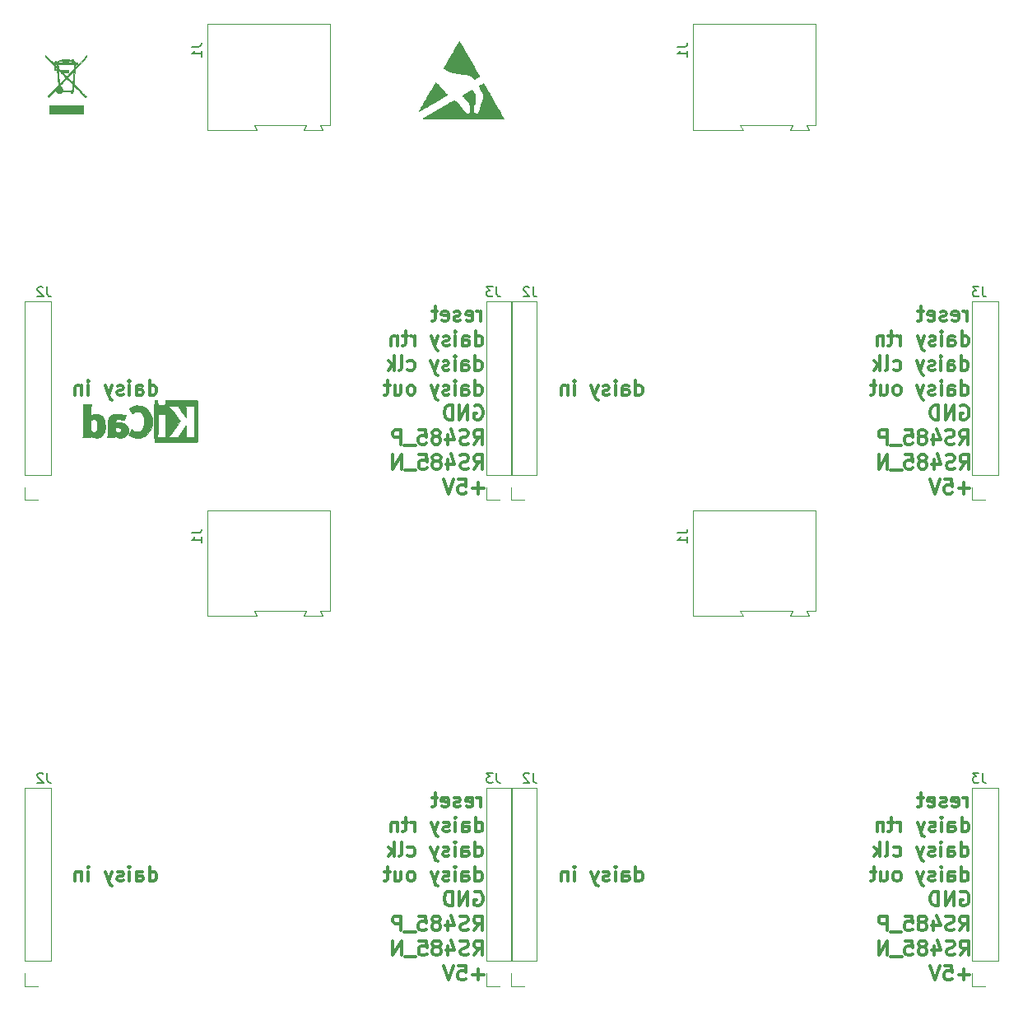
<source format=gbo>
G04 #@! TF.GenerationSoftware,KiCad,Pcbnew,5.1.4*
G04 #@! TF.CreationDate,2019-08-27T21:41:19+02:00*
G04 #@! TF.ProjectId,led_pixel_stm32f030_x4,6c65645f-7069-4786-956c-5f73746d3332,1.1*
G04 #@! TF.SameCoordinates,Original*
G04 #@! TF.FileFunction,Legend,Bot*
G04 #@! TF.FilePolarity,Positive*
%FSLAX46Y46*%
G04 Gerber Fmt 4.6, Leading zero omitted, Abs format (unit mm)*
G04 Created by KiCad (PCBNEW 5.1.4) date 2019-08-27 21:41:19*
%MOMM*%
%LPD*%
G04 APERTURE LIST*
%ADD10C,0.300000*%
%ADD11C,0.120000*%
%ADD12C,0.010000*%
%ADD13C,0.150000*%
G04 APERTURE END LIST*
D10*
X151859571Y-136012571D02*
X151859571Y-135012571D01*
X151859571Y-135298285D02*
X151788142Y-135155428D01*
X151716714Y-135084000D01*
X151573857Y-135012571D01*
X151431000Y-135012571D01*
X150359571Y-135941142D02*
X150502428Y-136012571D01*
X150788142Y-136012571D01*
X150931000Y-135941142D01*
X151002428Y-135798285D01*
X151002428Y-135226857D01*
X150931000Y-135084000D01*
X150788142Y-135012571D01*
X150502428Y-135012571D01*
X150359571Y-135084000D01*
X150288142Y-135226857D01*
X150288142Y-135369714D01*
X151002428Y-135512571D01*
X149716714Y-135941142D02*
X149573857Y-136012571D01*
X149288142Y-136012571D01*
X149145285Y-135941142D01*
X149073857Y-135798285D01*
X149073857Y-135726857D01*
X149145285Y-135584000D01*
X149288142Y-135512571D01*
X149502428Y-135512571D01*
X149645285Y-135441142D01*
X149716714Y-135298285D01*
X149716714Y-135226857D01*
X149645285Y-135084000D01*
X149502428Y-135012571D01*
X149288142Y-135012571D01*
X149145285Y-135084000D01*
X147859571Y-135941142D02*
X148002428Y-136012571D01*
X148288142Y-136012571D01*
X148431000Y-135941142D01*
X148502428Y-135798285D01*
X148502428Y-135226857D01*
X148431000Y-135084000D01*
X148288142Y-135012571D01*
X148002428Y-135012571D01*
X147859571Y-135084000D01*
X147788142Y-135226857D01*
X147788142Y-135369714D01*
X148502428Y-135512571D01*
X147359571Y-135012571D02*
X146788142Y-135012571D01*
X147145285Y-134512571D02*
X147145285Y-135798285D01*
X147073857Y-135941142D01*
X146931000Y-136012571D01*
X146788142Y-136012571D01*
X151307714Y-138552571D02*
X151307714Y-137052571D01*
X151307714Y-138481142D02*
X151450571Y-138552571D01*
X151736285Y-138552571D01*
X151879142Y-138481142D01*
X151950571Y-138409714D01*
X152022000Y-138266857D01*
X152022000Y-137838285D01*
X151950571Y-137695428D01*
X151879142Y-137624000D01*
X151736285Y-137552571D01*
X151450571Y-137552571D01*
X151307714Y-137624000D01*
X149950571Y-138552571D02*
X149950571Y-137766857D01*
X150022000Y-137624000D01*
X150164857Y-137552571D01*
X150450571Y-137552571D01*
X150593428Y-137624000D01*
X149950571Y-138481142D02*
X150093428Y-138552571D01*
X150450571Y-138552571D01*
X150593428Y-138481142D01*
X150664857Y-138338285D01*
X150664857Y-138195428D01*
X150593428Y-138052571D01*
X150450571Y-137981142D01*
X150093428Y-137981142D01*
X149950571Y-137909714D01*
X149236285Y-138552571D02*
X149236285Y-137552571D01*
X149236285Y-137052571D02*
X149307714Y-137124000D01*
X149236285Y-137195428D01*
X149164857Y-137124000D01*
X149236285Y-137052571D01*
X149236285Y-137195428D01*
X148593428Y-138481142D02*
X148450571Y-138552571D01*
X148164857Y-138552571D01*
X148022000Y-138481142D01*
X147950571Y-138338285D01*
X147950571Y-138266857D01*
X148022000Y-138124000D01*
X148164857Y-138052571D01*
X148379142Y-138052571D01*
X148522000Y-137981142D01*
X148593428Y-137838285D01*
X148593428Y-137766857D01*
X148522000Y-137624000D01*
X148379142Y-137552571D01*
X148164857Y-137552571D01*
X148022000Y-137624000D01*
X147450571Y-137552571D02*
X147093428Y-138552571D01*
X146736285Y-137552571D02*
X147093428Y-138552571D01*
X147236285Y-138909714D01*
X147307714Y-138981142D01*
X147450571Y-139052571D01*
X145022000Y-138552571D02*
X145022000Y-137552571D01*
X145022000Y-137838285D02*
X144950571Y-137695428D01*
X144879142Y-137624000D01*
X144736285Y-137552571D01*
X144593428Y-137552571D01*
X144307714Y-137552571D02*
X143736285Y-137552571D01*
X144093428Y-137052571D02*
X144093428Y-138338285D01*
X144022000Y-138481142D01*
X143879142Y-138552571D01*
X143736285Y-138552571D01*
X143236285Y-137552571D02*
X143236285Y-138552571D01*
X143236285Y-137695428D02*
X143164857Y-137624000D01*
X143022000Y-137552571D01*
X142807714Y-137552571D01*
X142664857Y-137624000D01*
X142593428Y-137766857D01*
X142593428Y-138552571D01*
X151252142Y-141092571D02*
X151252142Y-139592571D01*
X151252142Y-141021142D02*
X151395000Y-141092571D01*
X151680714Y-141092571D01*
X151823571Y-141021142D01*
X151895000Y-140949714D01*
X151966428Y-140806857D01*
X151966428Y-140378285D01*
X151895000Y-140235428D01*
X151823571Y-140164000D01*
X151680714Y-140092571D01*
X151395000Y-140092571D01*
X151252142Y-140164000D01*
X149895000Y-141092571D02*
X149895000Y-140306857D01*
X149966428Y-140164000D01*
X150109285Y-140092571D01*
X150395000Y-140092571D01*
X150537857Y-140164000D01*
X149895000Y-141021142D02*
X150037857Y-141092571D01*
X150395000Y-141092571D01*
X150537857Y-141021142D01*
X150609285Y-140878285D01*
X150609285Y-140735428D01*
X150537857Y-140592571D01*
X150395000Y-140521142D01*
X150037857Y-140521142D01*
X149895000Y-140449714D01*
X149180714Y-141092571D02*
X149180714Y-140092571D01*
X149180714Y-139592571D02*
X149252142Y-139664000D01*
X149180714Y-139735428D01*
X149109285Y-139664000D01*
X149180714Y-139592571D01*
X149180714Y-139735428D01*
X148537857Y-141021142D02*
X148395000Y-141092571D01*
X148109285Y-141092571D01*
X147966428Y-141021142D01*
X147895000Y-140878285D01*
X147895000Y-140806857D01*
X147966428Y-140664000D01*
X148109285Y-140592571D01*
X148323571Y-140592571D01*
X148466428Y-140521142D01*
X148537857Y-140378285D01*
X148537857Y-140306857D01*
X148466428Y-140164000D01*
X148323571Y-140092571D01*
X148109285Y-140092571D01*
X147966428Y-140164000D01*
X147395000Y-140092571D02*
X147037857Y-141092571D01*
X146680714Y-140092571D02*
X147037857Y-141092571D01*
X147180714Y-141449714D01*
X147252142Y-141521142D01*
X147395000Y-141592571D01*
X144323571Y-141021142D02*
X144466428Y-141092571D01*
X144752142Y-141092571D01*
X144895000Y-141021142D01*
X144966428Y-140949714D01*
X145037857Y-140806857D01*
X145037857Y-140378285D01*
X144966428Y-140235428D01*
X144895000Y-140164000D01*
X144752142Y-140092571D01*
X144466428Y-140092571D01*
X144323571Y-140164000D01*
X143466428Y-141092571D02*
X143609285Y-141021142D01*
X143680714Y-140878285D01*
X143680714Y-139592571D01*
X142895000Y-141092571D02*
X142895000Y-139592571D01*
X142752142Y-140521142D02*
X142323571Y-141092571D01*
X142323571Y-140092571D02*
X142895000Y-140664000D01*
X117752000Y-143632571D02*
X117752000Y-142132571D01*
X117752000Y-143561142D02*
X117894857Y-143632571D01*
X118180571Y-143632571D01*
X118323428Y-143561142D01*
X118394857Y-143489714D01*
X118466285Y-143346857D01*
X118466285Y-142918285D01*
X118394857Y-142775428D01*
X118323428Y-142704000D01*
X118180571Y-142632571D01*
X117894857Y-142632571D01*
X117752000Y-142704000D01*
X116394857Y-143632571D02*
X116394857Y-142846857D01*
X116466285Y-142704000D01*
X116609142Y-142632571D01*
X116894857Y-142632571D01*
X117037714Y-142704000D01*
X116394857Y-143561142D02*
X116537714Y-143632571D01*
X116894857Y-143632571D01*
X117037714Y-143561142D01*
X117109142Y-143418285D01*
X117109142Y-143275428D01*
X117037714Y-143132571D01*
X116894857Y-143061142D01*
X116537714Y-143061142D01*
X116394857Y-142989714D01*
X115680571Y-143632571D02*
X115680571Y-142632571D01*
X115680571Y-142132571D02*
X115752000Y-142204000D01*
X115680571Y-142275428D01*
X115609142Y-142204000D01*
X115680571Y-142132571D01*
X115680571Y-142275428D01*
X115037714Y-143561142D02*
X114894857Y-143632571D01*
X114609142Y-143632571D01*
X114466285Y-143561142D01*
X114394857Y-143418285D01*
X114394857Y-143346857D01*
X114466285Y-143204000D01*
X114609142Y-143132571D01*
X114823428Y-143132571D01*
X114966285Y-143061142D01*
X115037714Y-142918285D01*
X115037714Y-142846857D01*
X114966285Y-142704000D01*
X114823428Y-142632571D01*
X114609142Y-142632571D01*
X114466285Y-142704000D01*
X113894857Y-142632571D02*
X113537714Y-143632571D01*
X113180571Y-142632571D02*
X113537714Y-143632571D01*
X113680571Y-143989714D01*
X113752000Y-144061142D01*
X113894857Y-144132571D01*
X111466285Y-143632571D02*
X111466285Y-142632571D01*
X111466285Y-142132571D02*
X111537714Y-142204000D01*
X111466285Y-142275428D01*
X111394857Y-142204000D01*
X111466285Y-142132571D01*
X111466285Y-142275428D01*
X110752000Y-142632571D02*
X110752000Y-143632571D01*
X110752000Y-142775428D02*
X110680571Y-142704000D01*
X110537714Y-142632571D01*
X110323428Y-142632571D01*
X110180571Y-142704000D01*
X110109142Y-142846857D01*
X110109142Y-143632571D01*
X151208857Y-144744000D02*
X151351714Y-144672571D01*
X151566000Y-144672571D01*
X151780285Y-144744000D01*
X151923142Y-144886857D01*
X151994571Y-145029714D01*
X152066000Y-145315428D01*
X152066000Y-145529714D01*
X151994571Y-145815428D01*
X151923142Y-145958285D01*
X151780285Y-146101142D01*
X151566000Y-146172571D01*
X151423142Y-146172571D01*
X151208857Y-146101142D01*
X151137428Y-146029714D01*
X151137428Y-145529714D01*
X151423142Y-145529714D01*
X150494571Y-146172571D02*
X150494571Y-144672571D01*
X149637428Y-146172571D01*
X149637428Y-144672571D01*
X148923142Y-146172571D02*
X148923142Y-144672571D01*
X148566000Y-144672571D01*
X148351714Y-144744000D01*
X148208857Y-144886857D01*
X148137428Y-145029714D01*
X148066000Y-145315428D01*
X148066000Y-145529714D01*
X148137428Y-145815428D01*
X148208857Y-145958285D01*
X148351714Y-146101142D01*
X148566000Y-146172571D01*
X148923142Y-146172571D01*
X151113285Y-148712571D02*
X151613285Y-147998285D01*
X151970428Y-148712571D02*
X151970428Y-147212571D01*
X151399000Y-147212571D01*
X151256142Y-147284000D01*
X151184714Y-147355428D01*
X151113285Y-147498285D01*
X151113285Y-147712571D01*
X151184714Y-147855428D01*
X151256142Y-147926857D01*
X151399000Y-147998285D01*
X151970428Y-147998285D01*
X150541857Y-148641142D02*
X150327571Y-148712571D01*
X149970428Y-148712571D01*
X149827571Y-148641142D01*
X149756142Y-148569714D01*
X149684714Y-148426857D01*
X149684714Y-148284000D01*
X149756142Y-148141142D01*
X149827571Y-148069714D01*
X149970428Y-147998285D01*
X150256142Y-147926857D01*
X150399000Y-147855428D01*
X150470428Y-147784000D01*
X150541857Y-147641142D01*
X150541857Y-147498285D01*
X150470428Y-147355428D01*
X150399000Y-147284000D01*
X150256142Y-147212571D01*
X149899000Y-147212571D01*
X149684714Y-147284000D01*
X148399000Y-147712571D02*
X148399000Y-148712571D01*
X148756142Y-147141142D02*
X149113285Y-148212571D01*
X148184714Y-148212571D01*
X147399000Y-147855428D02*
X147541857Y-147784000D01*
X147613285Y-147712571D01*
X147684714Y-147569714D01*
X147684714Y-147498285D01*
X147613285Y-147355428D01*
X147541857Y-147284000D01*
X147399000Y-147212571D01*
X147113285Y-147212571D01*
X146970428Y-147284000D01*
X146899000Y-147355428D01*
X146827571Y-147498285D01*
X146827571Y-147569714D01*
X146899000Y-147712571D01*
X146970428Y-147784000D01*
X147113285Y-147855428D01*
X147399000Y-147855428D01*
X147541857Y-147926857D01*
X147613285Y-147998285D01*
X147684714Y-148141142D01*
X147684714Y-148426857D01*
X147613285Y-148569714D01*
X147541857Y-148641142D01*
X147399000Y-148712571D01*
X147113285Y-148712571D01*
X146970428Y-148641142D01*
X146899000Y-148569714D01*
X146827571Y-148426857D01*
X146827571Y-148141142D01*
X146899000Y-147998285D01*
X146970428Y-147926857D01*
X147113285Y-147855428D01*
X145470428Y-147212571D02*
X146184714Y-147212571D01*
X146256142Y-147926857D01*
X146184714Y-147855428D01*
X146041857Y-147784000D01*
X145684714Y-147784000D01*
X145541857Y-147855428D01*
X145470428Y-147926857D01*
X145399000Y-148069714D01*
X145399000Y-148426857D01*
X145470428Y-148569714D01*
X145541857Y-148641142D01*
X145684714Y-148712571D01*
X146041857Y-148712571D01*
X146184714Y-148641142D01*
X146256142Y-148569714D01*
X145113285Y-148855428D02*
X143970428Y-148855428D01*
X143613285Y-148712571D02*
X143613285Y-147212571D01*
X143041857Y-147212571D01*
X142899000Y-147284000D01*
X142827571Y-147355428D01*
X142756142Y-147498285D01*
X142756142Y-147712571D01*
X142827571Y-147855428D01*
X142899000Y-147926857D01*
X143041857Y-147998285D01*
X143613285Y-147998285D01*
X151149000Y-151252571D02*
X151649000Y-150538285D01*
X152006142Y-151252571D02*
X152006142Y-149752571D01*
X151434714Y-149752571D01*
X151291857Y-149824000D01*
X151220428Y-149895428D01*
X151149000Y-150038285D01*
X151149000Y-150252571D01*
X151220428Y-150395428D01*
X151291857Y-150466857D01*
X151434714Y-150538285D01*
X152006142Y-150538285D01*
X150577571Y-151181142D02*
X150363285Y-151252571D01*
X150006142Y-151252571D01*
X149863285Y-151181142D01*
X149791857Y-151109714D01*
X149720428Y-150966857D01*
X149720428Y-150824000D01*
X149791857Y-150681142D01*
X149863285Y-150609714D01*
X150006142Y-150538285D01*
X150291857Y-150466857D01*
X150434714Y-150395428D01*
X150506142Y-150324000D01*
X150577571Y-150181142D01*
X150577571Y-150038285D01*
X150506142Y-149895428D01*
X150434714Y-149824000D01*
X150291857Y-149752571D01*
X149934714Y-149752571D01*
X149720428Y-149824000D01*
X148434714Y-150252571D02*
X148434714Y-151252571D01*
X148791857Y-149681142D02*
X149149000Y-150752571D01*
X148220428Y-150752571D01*
X147434714Y-150395428D02*
X147577571Y-150324000D01*
X147649000Y-150252571D01*
X147720428Y-150109714D01*
X147720428Y-150038285D01*
X147649000Y-149895428D01*
X147577571Y-149824000D01*
X147434714Y-149752571D01*
X147149000Y-149752571D01*
X147006142Y-149824000D01*
X146934714Y-149895428D01*
X146863285Y-150038285D01*
X146863285Y-150109714D01*
X146934714Y-150252571D01*
X147006142Y-150324000D01*
X147149000Y-150395428D01*
X147434714Y-150395428D01*
X147577571Y-150466857D01*
X147649000Y-150538285D01*
X147720428Y-150681142D01*
X147720428Y-150966857D01*
X147649000Y-151109714D01*
X147577571Y-151181142D01*
X147434714Y-151252571D01*
X147149000Y-151252571D01*
X147006142Y-151181142D01*
X146934714Y-151109714D01*
X146863285Y-150966857D01*
X146863285Y-150681142D01*
X146934714Y-150538285D01*
X147006142Y-150466857D01*
X147149000Y-150395428D01*
X145506142Y-149752571D02*
X146220428Y-149752571D01*
X146291857Y-150466857D01*
X146220428Y-150395428D01*
X146077571Y-150324000D01*
X145720428Y-150324000D01*
X145577571Y-150395428D01*
X145506142Y-150466857D01*
X145434714Y-150609714D01*
X145434714Y-150966857D01*
X145506142Y-151109714D01*
X145577571Y-151181142D01*
X145720428Y-151252571D01*
X146077571Y-151252571D01*
X146220428Y-151181142D01*
X146291857Y-151109714D01*
X145149000Y-151395428D02*
X144006142Y-151395428D01*
X143649000Y-151252571D02*
X143649000Y-149752571D01*
X142791857Y-151252571D01*
X142791857Y-149752571D01*
X152121571Y-153221142D02*
X150978714Y-153221142D01*
X151550142Y-153792571D02*
X151550142Y-152649714D01*
X149550142Y-152292571D02*
X150264428Y-152292571D01*
X150335857Y-153006857D01*
X150264428Y-152935428D01*
X150121571Y-152864000D01*
X149764428Y-152864000D01*
X149621571Y-152935428D01*
X149550142Y-153006857D01*
X149478714Y-153149714D01*
X149478714Y-153506857D01*
X149550142Y-153649714D01*
X149621571Y-153721142D01*
X149764428Y-153792571D01*
X150121571Y-153792571D01*
X150264428Y-153721142D01*
X150335857Y-153649714D01*
X149050142Y-152292571D02*
X148550142Y-153792571D01*
X148050142Y-152292571D01*
X151268000Y-143632571D02*
X151268000Y-142132571D01*
X151268000Y-143561142D02*
X151410857Y-143632571D01*
X151696571Y-143632571D01*
X151839428Y-143561142D01*
X151910857Y-143489714D01*
X151982285Y-143346857D01*
X151982285Y-142918285D01*
X151910857Y-142775428D01*
X151839428Y-142704000D01*
X151696571Y-142632571D01*
X151410857Y-142632571D01*
X151268000Y-142704000D01*
X149910857Y-143632571D02*
X149910857Y-142846857D01*
X149982285Y-142704000D01*
X150125142Y-142632571D01*
X150410857Y-142632571D01*
X150553714Y-142704000D01*
X149910857Y-143561142D02*
X150053714Y-143632571D01*
X150410857Y-143632571D01*
X150553714Y-143561142D01*
X150625142Y-143418285D01*
X150625142Y-143275428D01*
X150553714Y-143132571D01*
X150410857Y-143061142D01*
X150053714Y-143061142D01*
X149910857Y-142989714D01*
X149196571Y-143632571D02*
X149196571Y-142632571D01*
X149196571Y-142132571D02*
X149268000Y-142204000D01*
X149196571Y-142275428D01*
X149125142Y-142204000D01*
X149196571Y-142132571D01*
X149196571Y-142275428D01*
X148553714Y-143561142D02*
X148410857Y-143632571D01*
X148125142Y-143632571D01*
X147982285Y-143561142D01*
X147910857Y-143418285D01*
X147910857Y-143346857D01*
X147982285Y-143204000D01*
X148125142Y-143132571D01*
X148339428Y-143132571D01*
X148482285Y-143061142D01*
X148553714Y-142918285D01*
X148553714Y-142846857D01*
X148482285Y-142704000D01*
X148339428Y-142632571D01*
X148125142Y-142632571D01*
X147982285Y-142704000D01*
X147410857Y-142632571D02*
X147053714Y-143632571D01*
X146696571Y-142632571D02*
X147053714Y-143632571D01*
X147196571Y-143989714D01*
X147268000Y-144061142D01*
X147410857Y-144132571D01*
X144768000Y-143632571D02*
X144910857Y-143561142D01*
X144982285Y-143489714D01*
X145053714Y-143346857D01*
X145053714Y-142918285D01*
X144982285Y-142775428D01*
X144910857Y-142704000D01*
X144768000Y-142632571D01*
X144553714Y-142632571D01*
X144410857Y-142704000D01*
X144339428Y-142775428D01*
X144268000Y-142918285D01*
X144268000Y-143346857D01*
X144339428Y-143489714D01*
X144410857Y-143561142D01*
X144553714Y-143632571D01*
X144768000Y-143632571D01*
X142982285Y-142632571D02*
X142982285Y-143632571D01*
X143625142Y-142632571D02*
X143625142Y-143418285D01*
X143553714Y-143561142D01*
X143410857Y-143632571D01*
X143196571Y-143632571D01*
X143053714Y-143561142D01*
X142982285Y-143489714D01*
X142482285Y-142632571D02*
X141910857Y-142632571D01*
X142268000Y-142132571D02*
X142268000Y-143418285D01*
X142196571Y-143561142D01*
X142053714Y-143632571D01*
X141910857Y-143632571D01*
X101859571Y-136012571D02*
X101859571Y-135012571D01*
X101859571Y-135298285D02*
X101788142Y-135155428D01*
X101716714Y-135084000D01*
X101573857Y-135012571D01*
X101431000Y-135012571D01*
X100359571Y-135941142D02*
X100502428Y-136012571D01*
X100788142Y-136012571D01*
X100931000Y-135941142D01*
X101002428Y-135798285D01*
X101002428Y-135226857D01*
X100931000Y-135084000D01*
X100788142Y-135012571D01*
X100502428Y-135012571D01*
X100359571Y-135084000D01*
X100288142Y-135226857D01*
X100288142Y-135369714D01*
X101002428Y-135512571D01*
X99716714Y-135941142D02*
X99573857Y-136012571D01*
X99288142Y-136012571D01*
X99145285Y-135941142D01*
X99073857Y-135798285D01*
X99073857Y-135726857D01*
X99145285Y-135584000D01*
X99288142Y-135512571D01*
X99502428Y-135512571D01*
X99645285Y-135441142D01*
X99716714Y-135298285D01*
X99716714Y-135226857D01*
X99645285Y-135084000D01*
X99502428Y-135012571D01*
X99288142Y-135012571D01*
X99145285Y-135084000D01*
X97859571Y-135941142D02*
X98002428Y-136012571D01*
X98288142Y-136012571D01*
X98431000Y-135941142D01*
X98502428Y-135798285D01*
X98502428Y-135226857D01*
X98431000Y-135084000D01*
X98288142Y-135012571D01*
X98002428Y-135012571D01*
X97859571Y-135084000D01*
X97788142Y-135226857D01*
X97788142Y-135369714D01*
X98502428Y-135512571D01*
X97359571Y-135012571D02*
X96788142Y-135012571D01*
X97145285Y-134512571D02*
X97145285Y-135798285D01*
X97073857Y-135941142D01*
X96931000Y-136012571D01*
X96788142Y-136012571D01*
X101307714Y-138552571D02*
X101307714Y-137052571D01*
X101307714Y-138481142D02*
X101450571Y-138552571D01*
X101736285Y-138552571D01*
X101879142Y-138481142D01*
X101950571Y-138409714D01*
X102022000Y-138266857D01*
X102022000Y-137838285D01*
X101950571Y-137695428D01*
X101879142Y-137624000D01*
X101736285Y-137552571D01*
X101450571Y-137552571D01*
X101307714Y-137624000D01*
X99950571Y-138552571D02*
X99950571Y-137766857D01*
X100022000Y-137624000D01*
X100164857Y-137552571D01*
X100450571Y-137552571D01*
X100593428Y-137624000D01*
X99950571Y-138481142D02*
X100093428Y-138552571D01*
X100450571Y-138552571D01*
X100593428Y-138481142D01*
X100664857Y-138338285D01*
X100664857Y-138195428D01*
X100593428Y-138052571D01*
X100450571Y-137981142D01*
X100093428Y-137981142D01*
X99950571Y-137909714D01*
X99236285Y-138552571D02*
X99236285Y-137552571D01*
X99236285Y-137052571D02*
X99307714Y-137124000D01*
X99236285Y-137195428D01*
X99164857Y-137124000D01*
X99236285Y-137052571D01*
X99236285Y-137195428D01*
X98593428Y-138481142D02*
X98450571Y-138552571D01*
X98164857Y-138552571D01*
X98022000Y-138481142D01*
X97950571Y-138338285D01*
X97950571Y-138266857D01*
X98022000Y-138124000D01*
X98164857Y-138052571D01*
X98379142Y-138052571D01*
X98522000Y-137981142D01*
X98593428Y-137838285D01*
X98593428Y-137766857D01*
X98522000Y-137624000D01*
X98379142Y-137552571D01*
X98164857Y-137552571D01*
X98022000Y-137624000D01*
X97450571Y-137552571D02*
X97093428Y-138552571D01*
X96736285Y-137552571D02*
X97093428Y-138552571D01*
X97236285Y-138909714D01*
X97307714Y-138981142D01*
X97450571Y-139052571D01*
X95022000Y-138552571D02*
X95022000Y-137552571D01*
X95022000Y-137838285D02*
X94950571Y-137695428D01*
X94879142Y-137624000D01*
X94736285Y-137552571D01*
X94593428Y-137552571D01*
X94307714Y-137552571D02*
X93736285Y-137552571D01*
X94093428Y-137052571D02*
X94093428Y-138338285D01*
X94022000Y-138481142D01*
X93879142Y-138552571D01*
X93736285Y-138552571D01*
X93236285Y-137552571D02*
X93236285Y-138552571D01*
X93236285Y-137695428D02*
X93164857Y-137624000D01*
X93022000Y-137552571D01*
X92807714Y-137552571D01*
X92664857Y-137624000D01*
X92593428Y-137766857D01*
X92593428Y-138552571D01*
X101252142Y-141092571D02*
X101252142Y-139592571D01*
X101252142Y-141021142D02*
X101395000Y-141092571D01*
X101680714Y-141092571D01*
X101823571Y-141021142D01*
X101895000Y-140949714D01*
X101966428Y-140806857D01*
X101966428Y-140378285D01*
X101895000Y-140235428D01*
X101823571Y-140164000D01*
X101680714Y-140092571D01*
X101395000Y-140092571D01*
X101252142Y-140164000D01*
X99895000Y-141092571D02*
X99895000Y-140306857D01*
X99966428Y-140164000D01*
X100109285Y-140092571D01*
X100395000Y-140092571D01*
X100537857Y-140164000D01*
X99895000Y-141021142D02*
X100037857Y-141092571D01*
X100395000Y-141092571D01*
X100537857Y-141021142D01*
X100609285Y-140878285D01*
X100609285Y-140735428D01*
X100537857Y-140592571D01*
X100395000Y-140521142D01*
X100037857Y-140521142D01*
X99895000Y-140449714D01*
X99180714Y-141092571D02*
X99180714Y-140092571D01*
X99180714Y-139592571D02*
X99252142Y-139664000D01*
X99180714Y-139735428D01*
X99109285Y-139664000D01*
X99180714Y-139592571D01*
X99180714Y-139735428D01*
X98537857Y-141021142D02*
X98395000Y-141092571D01*
X98109285Y-141092571D01*
X97966428Y-141021142D01*
X97895000Y-140878285D01*
X97895000Y-140806857D01*
X97966428Y-140664000D01*
X98109285Y-140592571D01*
X98323571Y-140592571D01*
X98466428Y-140521142D01*
X98537857Y-140378285D01*
X98537857Y-140306857D01*
X98466428Y-140164000D01*
X98323571Y-140092571D01*
X98109285Y-140092571D01*
X97966428Y-140164000D01*
X97395000Y-140092571D02*
X97037857Y-141092571D01*
X96680714Y-140092571D02*
X97037857Y-141092571D01*
X97180714Y-141449714D01*
X97252142Y-141521142D01*
X97395000Y-141592571D01*
X94323571Y-141021142D02*
X94466428Y-141092571D01*
X94752142Y-141092571D01*
X94895000Y-141021142D01*
X94966428Y-140949714D01*
X95037857Y-140806857D01*
X95037857Y-140378285D01*
X94966428Y-140235428D01*
X94895000Y-140164000D01*
X94752142Y-140092571D01*
X94466428Y-140092571D01*
X94323571Y-140164000D01*
X93466428Y-141092571D02*
X93609285Y-141021142D01*
X93680714Y-140878285D01*
X93680714Y-139592571D01*
X92895000Y-141092571D02*
X92895000Y-139592571D01*
X92752142Y-140521142D02*
X92323571Y-141092571D01*
X92323571Y-140092571D02*
X92895000Y-140664000D01*
X67752000Y-143632571D02*
X67752000Y-142132571D01*
X67752000Y-143561142D02*
X67894857Y-143632571D01*
X68180571Y-143632571D01*
X68323428Y-143561142D01*
X68394857Y-143489714D01*
X68466285Y-143346857D01*
X68466285Y-142918285D01*
X68394857Y-142775428D01*
X68323428Y-142704000D01*
X68180571Y-142632571D01*
X67894857Y-142632571D01*
X67752000Y-142704000D01*
X66394857Y-143632571D02*
X66394857Y-142846857D01*
X66466285Y-142704000D01*
X66609142Y-142632571D01*
X66894857Y-142632571D01*
X67037714Y-142704000D01*
X66394857Y-143561142D02*
X66537714Y-143632571D01*
X66894857Y-143632571D01*
X67037714Y-143561142D01*
X67109142Y-143418285D01*
X67109142Y-143275428D01*
X67037714Y-143132571D01*
X66894857Y-143061142D01*
X66537714Y-143061142D01*
X66394857Y-142989714D01*
X65680571Y-143632571D02*
X65680571Y-142632571D01*
X65680571Y-142132571D02*
X65752000Y-142204000D01*
X65680571Y-142275428D01*
X65609142Y-142204000D01*
X65680571Y-142132571D01*
X65680571Y-142275428D01*
X65037714Y-143561142D02*
X64894857Y-143632571D01*
X64609142Y-143632571D01*
X64466285Y-143561142D01*
X64394857Y-143418285D01*
X64394857Y-143346857D01*
X64466285Y-143204000D01*
X64609142Y-143132571D01*
X64823428Y-143132571D01*
X64966285Y-143061142D01*
X65037714Y-142918285D01*
X65037714Y-142846857D01*
X64966285Y-142704000D01*
X64823428Y-142632571D01*
X64609142Y-142632571D01*
X64466285Y-142704000D01*
X63894857Y-142632571D02*
X63537714Y-143632571D01*
X63180571Y-142632571D02*
X63537714Y-143632571D01*
X63680571Y-143989714D01*
X63752000Y-144061142D01*
X63894857Y-144132571D01*
X61466285Y-143632571D02*
X61466285Y-142632571D01*
X61466285Y-142132571D02*
X61537714Y-142204000D01*
X61466285Y-142275428D01*
X61394857Y-142204000D01*
X61466285Y-142132571D01*
X61466285Y-142275428D01*
X60752000Y-142632571D02*
X60752000Y-143632571D01*
X60752000Y-142775428D02*
X60680571Y-142704000D01*
X60537714Y-142632571D01*
X60323428Y-142632571D01*
X60180571Y-142704000D01*
X60109142Y-142846857D01*
X60109142Y-143632571D01*
X101208857Y-144744000D02*
X101351714Y-144672571D01*
X101566000Y-144672571D01*
X101780285Y-144744000D01*
X101923142Y-144886857D01*
X101994571Y-145029714D01*
X102066000Y-145315428D01*
X102066000Y-145529714D01*
X101994571Y-145815428D01*
X101923142Y-145958285D01*
X101780285Y-146101142D01*
X101566000Y-146172571D01*
X101423142Y-146172571D01*
X101208857Y-146101142D01*
X101137428Y-146029714D01*
X101137428Y-145529714D01*
X101423142Y-145529714D01*
X100494571Y-146172571D02*
X100494571Y-144672571D01*
X99637428Y-146172571D01*
X99637428Y-144672571D01*
X98923142Y-146172571D02*
X98923142Y-144672571D01*
X98566000Y-144672571D01*
X98351714Y-144744000D01*
X98208857Y-144886857D01*
X98137428Y-145029714D01*
X98066000Y-145315428D01*
X98066000Y-145529714D01*
X98137428Y-145815428D01*
X98208857Y-145958285D01*
X98351714Y-146101142D01*
X98566000Y-146172571D01*
X98923142Y-146172571D01*
X101113285Y-148712571D02*
X101613285Y-147998285D01*
X101970428Y-148712571D02*
X101970428Y-147212571D01*
X101399000Y-147212571D01*
X101256142Y-147284000D01*
X101184714Y-147355428D01*
X101113285Y-147498285D01*
X101113285Y-147712571D01*
X101184714Y-147855428D01*
X101256142Y-147926857D01*
X101399000Y-147998285D01*
X101970428Y-147998285D01*
X100541857Y-148641142D02*
X100327571Y-148712571D01*
X99970428Y-148712571D01*
X99827571Y-148641142D01*
X99756142Y-148569714D01*
X99684714Y-148426857D01*
X99684714Y-148284000D01*
X99756142Y-148141142D01*
X99827571Y-148069714D01*
X99970428Y-147998285D01*
X100256142Y-147926857D01*
X100399000Y-147855428D01*
X100470428Y-147784000D01*
X100541857Y-147641142D01*
X100541857Y-147498285D01*
X100470428Y-147355428D01*
X100399000Y-147284000D01*
X100256142Y-147212571D01*
X99899000Y-147212571D01*
X99684714Y-147284000D01*
X98399000Y-147712571D02*
X98399000Y-148712571D01*
X98756142Y-147141142D02*
X99113285Y-148212571D01*
X98184714Y-148212571D01*
X97399000Y-147855428D02*
X97541857Y-147784000D01*
X97613285Y-147712571D01*
X97684714Y-147569714D01*
X97684714Y-147498285D01*
X97613285Y-147355428D01*
X97541857Y-147284000D01*
X97399000Y-147212571D01*
X97113285Y-147212571D01*
X96970428Y-147284000D01*
X96899000Y-147355428D01*
X96827571Y-147498285D01*
X96827571Y-147569714D01*
X96899000Y-147712571D01*
X96970428Y-147784000D01*
X97113285Y-147855428D01*
X97399000Y-147855428D01*
X97541857Y-147926857D01*
X97613285Y-147998285D01*
X97684714Y-148141142D01*
X97684714Y-148426857D01*
X97613285Y-148569714D01*
X97541857Y-148641142D01*
X97399000Y-148712571D01*
X97113285Y-148712571D01*
X96970428Y-148641142D01*
X96899000Y-148569714D01*
X96827571Y-148426857D01*
X96827571Y-148141142D01*
X96899000Y-147998285D01*
X96970428Y-147926857D01*
X97113285Y-147855428D01*
X95470428Y-147212571D02*
X96184714Y-147212571D01*
X96256142Y-147926857D01*
X96184714Y-147855428D01*
X96041857Y-147784000D01*
X95684714Y-147784000D01*
X95541857Y-147855428D01*
X95470428Y-147926857D01*
X95399000Y-148069714D01*
X95399000Y-148426857D01*
X95470428Y-148569714D01*
X95541857Y-148641142D01*
X95684714Y-148712571D01*
X96041857Y-148712571D01*
X96184714Y-148641142D01*
X96256142Y-148569714D01*
X95113285Y-148855428D02*
X93970428Y-148855428D01*
X93613285Y-148712571D02*
X93613285Y-147212571D01*
X93041857Y-147212571D01*
X92899000Y-147284000D01*
X92827571Y-147355428D01*
X92756142Y-147498285D01*
X92756142Y-147712571D01*
X92827571Y-147855428D01*
X92899000Y-147926857D01*
X93041857Y-147998285D01*
X93613285Y-147998285D01*
X101149000Y-151252571D02*
X101649000Y-150538285D01*
X102006142Y-151252571D02*
X102006142Y-149752571D01*
X101434714Y-149752571D01*
X101291857Y-149824000D01*
X101220428Y-149895428D01*
X101149000Y-150038285D01*
X101149000Y-150252571D01*
X101220428Y-150395428D01*
X101291857Y-150466857D01*
X101434714Y-150538285D01*
X102006142Y-150538285D01*
X100577571Y-151181142D02*
X100363285Y-151252571D01*
X100006142Y-151252571D01*
X99863285Y-151181142D01*
X99791857Y-151109714D01*
X99720428Y-150966857D01*
X99720428Y-150824000D01*
X99791857Y-150681142D01*
X99863285Y-150609714D01*
X100006142Y-150538285D01*
X100291857Y-150466857D01*
X100434714Y-150395428D01*
X100506142Y-150324000D01*
X100577571Y-150181142D01*
X100577571Y-150038285D01*
X100506142Y-149895428D01*
X100434714Y-149824000D01*
X100291857Y-149752571D01*
X99934714Y-149752571D01*
X99720428Y-149824000D01*
X98434714Y-150252571D02*
X98434714Y-151252571D01*
X98791857Y-149681142D02*
X99149000Y-150752571D01*
X98220428Y-150752571D01*
X97434714Y-150395428D02*
X97577571Y-150324000D01*
X97649000Y-150252571D01*
X97720428Y-150109714D01*
X97720428Y-150038285D01*
X97649000Y-149895428D01*
X97577571Y-149824000D01*
X97434714Y-149752571D01*
X97149000Y-149752571D01*
X97006142Y-149824000D01*
X96934714Y-149895428D01*
X96863285Y-150038285D01*
X96863285Y-150109714D01*
X96934714Y-150252571D01*
X97006142Y-150324000D01*
X97149000Y-150395428D01*
X97434714Y-150395428D01*
X97577571Y-150466857D01*
X97649000Y-150538285D01*
X97720428Y-150681142D01*
X97720428Y-150966857D01*
X97649000Y-151109714D01*
X97577571Y-151181142D01*
X97434714Y-151252571D01*
X97149000Y-151252571D01*
X97006142Y-151181142D01*
X96934714Y-151109714D01*
X96863285Y-150966857D01*
X96863285Y-150681142D01*
X96934714Y-150538285D01*
X97006142Y-150466857D01*
X97149000Y-150395428D01*
X95506142Y-149752571D02*
X96220428Y-149752571D01*
X96291857Y-150466857D01*
X96220428Y-150395428D01*
X96077571Y-150324000D01*
X95720428Y-150324000D01*
X95577571Y-150395428D01*
X95506142Y-150466857D01*
X95434714Y-150609714D01*
X95434714Y-150966857D01*
X95506142Y-151109714D01*
X95577571Y-151181142D01*
X95720428Y-151252571D01*
X96077571Y-151252571D01*
X96220428Y-151181142D01*
X96291857Y-151109714D01*
X95149000Y-151395428D02*
X94006142Y-151395428D01*
X93649000Y-151252571D02*
X93649000Y-149752571D01*
X92791857Y-151252571D01*
X92791857Y-149752571D01*
X102121571Y-153221142D02*
X100978714Y-153221142D01*
X101550142Y-153792571D02*
X101550142Y-152649714D01*
X99550142Y-152292571D02*
X100264428Y-152292571D01*
X100335857Y-153006857D01*
X100264428Y-152935428D01*
X100121571Y-152864000D01*
X99764428Y-152864000D01*
X99621571Y-152935428D01*
X99550142Y-153006857D01*
X99478714Y-153149714D01*
X99478714Y-153506857D01*
X99550142Y-153649714D01*
X99621571Y-153721142D01*
X99764428Y-153792571D01*
X100121571Y-153792571D01*
X100264428Y-153721142D01*
X100335857Y-153649714D01*
X99050142Y-152292571D02*
X98550142Y-153792571D01*
X98050142Y-152292571D01*
X101268000Y-143632571D02*
X101268000Y-142132571D01*
X101268000Y-143561142D02*
X101410857Y-143632571D01*
X101696571Y-143632571D01*
X101839428Y-143561142D01*
X101910857Y-143489714D01*
X101982285Y-143346857D01*
X101982285Y-142918285D01*
X101910857Y-142775428D01*
X101839428Y-142704000D01*
X101696571Y-142632571D01*
X101410857Y-142632571D01*
X101268000Y-142704000D01*
X99910857Y-143632571D02*
X99910857Y-142846857D01*
X99982285Y-142704000D01*
X100125142Y-142632571D01*
X100410857Y-142632571D01*
X100553714Y-142704000D01*
X99910857Y-143561142D02*
X100053714Y-143632571D01*
X100410857Y-143632571D01*
X100553714Y-143561142D01*
X100625142Y-143418285D01*
X100625142Y-143275428D01*
X100553714Y-143132571D01*
X100410857Y-143061142D01*
X100053714Y-143061142D01*
X99910857Y-142989714D01*
X99196571Y-143632571D02*
X99196571Y-142632571D01*
X99196571Y-142132571D02*
X99268000Y-142204000D01*
X99196571Y-142275428D01*
X99125142Y-142204000D01*
X99196571Y-142132571D01*
X99196571Y-142275428D01*
X98553714Y-143561142D02*
X98410857Y-143632571D01*
X98125142Y-143632571D01*
X97982285Y-143561142D01*
X97910857Y-143418285D01*
X97910857Y-143346857D01*
X97982285Y-143204000D01*
X98125142Y-143132571D01*
X98339428Y-143132571D01*
X98482285Y-143061142D01*
X98553714Y-142918285D01*
X98553714Y-142846857D01*
X98482285Y-142704000D01*
X98339428Y-142632571D01*
X98125142Y-142632571D01*
X97982285Y-142704000D01*
X97410857Y-142632571D02*
X97053714Y-143632571D01*
X96696571Y-142632571D02*
X97053714Y-143632571D01*
X97196571Y-143989714D01*
X97268000Y-144061142D01*
X97410857Y-144132571D01*
X94768000Y-143632571D02*
X94910857Y-143561142D01*
X94982285Y-143489714D01*
X95053714Y-143346857D01*
X95053714Y-142918285D01*
X94982285Y-142775428D01*
X94910857Y-142704000D01*
X94768000Y-142632571D01*
X94553714Y-142632571D01*
X94410857Y-142704000D01*
X94339428Y-142775428D01*
X94268000Y-142918285D01*
X94268000Y-143346857D01*
X94339428Y-143489714D01*
X94410857Y-143561142D01*
X94553714Y-143632571D01*
X94768000Y-143632571D01*
X92982285Y-142632571D02*
X92982285Y-143632571D01*
X93625142Y-142632571D02*
X93625142Y-143418285D01*
X93553714Y-143561142D01*
X93410857Y-143632571D01*
X93196571Y-143632571D01*
X93053714Y-143561142D01*
X92982285Y-143489714D01*
X92482285Y-142632571D02*
X91910857Y-142632571D01*
X92268000Y-142132571D02*
X92268000Y-143418285D01*
X92196571Y-143561142D01*
X92053714Y-143632571D01*
X91910857Y-143632571D01*
X151859571Y-86012571D02*
X151859571Y-85012571D01*
X151859571Y-85298285D02*
X151788142Y-85155428D01*
X151716714Y-85084000D01*
X151573857Y-85012571D01*
X151431000Y-85012571D01*
X150359571Y-85941142D02*
X150502428Y-86012571D01*
X150788142Y-86012571D01*
X150931000Y-85941142D01*
X151002428Y-85798285D01*
X151002428Y-85226857D01*
X150931000Y-85084000D01*
X150788142Y-85012571D01*
X150502428Y-85012571D01*
X150359571Y-85084000D01*
X150288142Y-85226857D01*
X150288142Y-85369714D01*
X151002428Y-85512571D01*
X149716714Y-85941142D02*
X149573857Y-86012571D01*
X149288142Y-86012571D01*
X149145285Y-85941142D01*
X149073857Y-85798285D01*
X149073857Y-85726857D01*
X149145285Y-85584000D01*
X149288142Y-85512571D01*
X149502428Y-85512571D01*
X149645285Y-85441142D01*
X149716714Y-85298285D01*
X149716714Y-85226857D01*
X149645285Y-85084000D01*
X149502428Y-85012571D01*
X149288142Y-85012571D01*
X149145285Y-85084000D01*
X147859571Y-85941142D02*
X148002428Y-86012571D01*
X148288142Y-86012571D01*
X148431000Y-85941142D01*
X148502428Y-85798285D01*
X148502428Y-85226857D01*
X148431000Y-85084000D01*
X148288142Y-85012571D01*
X148002428Y-85012571D01*
X147859571Y-85084000D01*
X147788142Y-85226857D01*
X147788142Y-85369714D01*
X148502428Y-85512571D01*
X147359571Y-85012571D02*
X146788142Y-85012571D01*
X147145285Y-84512571D02*
X147145285Y-85798285D01*
X147073857Y-85941142D01*
X146931000Y-86012571D01*
X146788142Y-86012571D01*
X151307714Y-88552571D02*
X151307714Y-87052571D01*
X151307714Y-88481142D02*
X151450571Y-88552571D01*
X151736285Y-88552571D01*
X151879142Y-88481142D01*
X151950571Y-88409714D01*
X152022000Y-88266857D01*
X152022000Y-87838285D01*
X151950571Y-87695428D01*
X151879142Y-87624000D01*
X151736285Y-87552571D01*
X151450571Y-87552571D01*
X151307714Y-87624000D01*
X149950571Y-88552571D02*
X149950571Y-87766857D01*
X150022000Y-87624000D01*
X150164857Y-87552571D01*
X150450571Y-87552571D01*
X150593428Y-87624000D01*
X149950571Y-88481142D02*
X150093428Y-88552571D01*
X150450571Y-88552571D01*
X150593428Y-88481142D01*
X150664857Y-88338285D01*
X150664857Y-88195428D01*
X150593428Y-88052571D01*
X150450571Y-87981142D01*
X150093428Y-87981142D01*
X149950571Y-87909714D01*
X149236285Y-88552571D02*
X149236285Y-87552571D01*
X149236285Y-87052571D02*
X149307714Y-87124000D01*
X149236285Y-87195428D01*
X149164857Y-87124000D01*
X149236285Y-87052571D01*
X149236285Y-87195428D01*
X148593428Y-88481142D02*
X148450571Y-88552571D01*
X148164857Y-88552571D01*
X148022000Y-88481142D01*
X147950571Y-88338285D01*
X147950571Y-88266857D01*
X148022000Y-88124000D01*
X148164857Y-88052571D01*
X148379142Y-88052571D01*
X148522000Y-87981142D01*
X148593428Y-87838285D01*
X148593428Y-87766857D01*
X148522000Y-87624000D01*
X148379142Y-87552571D01*
X148164857Y-87552571D01*
X148022000Y-87624000D01*
X147450571Y-87552571D02*
X147093428Y-88552571D01*
X146736285Y-87552571D02*
X147093428Y-88552571D01*
X147236285Y-88909714D01*
X147307714Y-88981142D01*
X147450571Y-89052571D01*
X145022000Y-88552571D02*
X145022000Y-87552571D01*
X145022000Y-87838285D02*
X144950571Y-87695428D01*
X144879142Y-87624000D01*
X144736285Y-87552571D01*
X144593428Y-87552571D01*
X144307714Y-87552571D02*
X143736285Y-87552571D01*
X144093428Y-87052571D02*
X144093428Y-88338285D01*
X144022000Y-88481142D01*
X143879142Y-88552571D01*
X143736285Y-88552571D01*
X143236285Y-87552571D02*
X143236285Y-88552571D01*
X143236285Y-87695428D02*
X143164857Y-87624000D01*
X143022000Y-87552571D01*
X142807714Y-87552571D01*
X142664857Y-87624000D01*
X142593428Y-87766857D01*
X142593428Y-88552571D01*
X151252142Y-91092571D02*
X151252142Y-89592571D01*
X151252142Y-91021142D02*
X151395000Y-91092571D01*
X151680714Y-91092571D01*
X151823571Y-91021142D01*
X151895000Y-90949714D01*
X151966428Y-90806857D01*
X151966428Y-90378285D01*
X151895000Y-90235428D01*
X151823571Y-90164000D01*
X151680714Y-90092571D01*
X151395000Y-90092571D01*
X151252142Y-90164000D01*
X149895000Y-91092571D02*
X149895000Y-90306857D01*
X149966428Y-90164000D01*
X150109285Y-90092571D01*
X150395000Y-90092571D01*
X150537857Y-90164000D01*
X149895000Y-91021142D02*
X150037857Y-91092571D01*
X150395000Y-91092571D01*
X150537857Y-91021142D01*
X150609285Y-90878285D01*
X150609285Y-90735428D01*
X150537857Y-90592571D01*
X150395000Y-90521142D01*
X150037857Y-90521142D01*
X149895000Y-90449714D01*
X149180714Y-91092571D02*
X149180714Y-90092571D01*
X149180714Y-89592571D02*
X149252142Y-89664000D01*
X149180714Y-89735428D01*
X149109285Y-89664000D01*
X149180714Y-89592571D01*
X149180714Y-89735428D01*
X148537857Y-91021142D02*
X148395000Y-91092571D01*
X148109285Y-91092571D01*
X147966428Y-91021142D01*
X147895000Y-90878285D01*
X147895000Y-90806857D01*
X147966428Y-90664000D01*
X148109285Y-90592571D01*
X148323571Y-90592571D01*
X148466428Y-90521142D01*
X148537857Y-90378285D01*
X148537857Y-90306857D01*
X148466428Y-90164000D01*
X148323571Y-90092571D01*
X148109285Y-90092571D01*
X147966428Y-90164000D01*
X147395000Y-90092571D02*
X147037857Y-91092571D01*
X146680714Y-90092571D02*
X147037857Y-91092571D01*
X147180714Y-91449714D01*
X147252142Y-91521142D01*
X147395000Y-91592571D01*
X144323571Y-91021142D02*
X144466428Y-91092571D01*
X144752142Y-91092571D01*
X144895000Y-91021142D01*
X144966428Y-90949714D01*
X145037857Y-90806857D01*
X145037857Y-90378285D01*
X144966428Y-90235428D01*
X144895000Y-90164000D01*
X144752142Y-90092571D01*
X144466428Y-90092571D01*
X144323571Y-90164000D01*
X143466428Y-91092571D02*
X143609285Y-91021142D01*
X143680714Y-90878285D01*
X143680714Y-89592571D01*
X142895000Y-91092571D02*
X142895000Y-89592571D01*
X142752142Y-90521142D02*
X142323571Y-91092571D01*
X142323571Y-90092571D02*
X142895000Y-90664000D01*
X117752000Y-93632571D02*
X117752000Y-92132571D01*
X117752000Y-93561142D02*
X117894857Y-93632571D01*
X118180571Y-93632571D01*
X118323428Y-93561142D01*
X118394857Y-93489714D01*
X118466285Y-93346857D01*
X118466285Y-92918285D01*
X118394857Y-92775428D01*
X118323428Y-92704000D01*
X118180571Y-92632571D01*
X117894857Y-92632571D01*
X117752000Y-92704000D01*
X116394857Y-93632571D02*
X116394857Y-92846857D01*
X116466285Y-92704000D01*
X116609142Y-92632571D01*
X116894857Y-92632571D01*
X117037714Y-92704000D01*
X116394857Y-93561142D02*
X116537714Y-93632571D01*
X116894857Y-93632571D01*
X117037714Y-93561142D01*
X117109142Y-93418285D01*
X117109142Y-93275428D01*
X117037714Y-93132571D01*
X116894857Y-93061142D01*
X116537714Y-93061142D01*
X116394857Y-92989714D01*
X115680571Y-93632571D02*
X115680571Y-92632571D01*
X115680571Y-92132571D02*
X115752000Y-92204000D01*
X115680571Y-92275428D01*
X115609142Y-92204000D01*
X115680571Y-92132571D01*
X115680571Y-92275428D01*
X115037714Y-93561142D02*
X114894857Y-93632571D01*
X114609142Y-93632571D01*
X114466285Y-93561142D01*
X114394857Y-93418285D01*
X114394857Y-93346857D01*
X114466285Y-93204000D01*
X114609142Y-93132571D01*
X114823428Y-93132571D01*
X114966285Y-93061142D01*
X115037714Y-92918285D01*
X115037714Y-92846857D01*
X114966285Y-92704000D01*
X114823428Y-92632571D01*
X114609142Y-92632571D01*
X114466285Y-92704000D01*
X113894857Y-92632571D02*
X113537714Y-93632571D01*
X113180571Y-92632571D02*
X113537714Y-93632571D01*
X113680571Y-93989714D01*
X113752000Y-94061142D01*
X113894857Y-94132571D01*
X111466285Y-93632571D02*
X111466285Y-92632571D01*
X111466285Y-92132571D02*
X111537714Y-92204000D01*
X111466285Y-92275428D01*
X111394857Y-92204000D01*
X111466285Y-92132571D01*
X111466285Y-92275428D01*
X110752000Y-92632571D02*
X110752000Y-93632571D01*
X110752000Y-92775428D02*
X110680571Y-92704000D01*
X110537714Y-92632571D01*
X110323428Y-92632571D01*
X110180571Y-92704000D01*
X110109142Y-92846857D01*
X110109142Y-93632571D01*
X151208857Y-94744000D02*
X151351714Y-94672571D01*
X151566000Y-94672571D01*
X151780285Y-94744000D01*
X151923142Y-94886857D01*
X151994571Y-95029714D01*
X152066000Y-95315428D01*
X152066000Y-95529714D01*
X151994571Y-95815428D01*
X151923142Y-95958285D01*
X151780285Y-96101142D01*
X151566000Y-96172571D01*
X151423142Y-96172571D01*
X151208857Y-96101142D01*
X151137428Y-96029714D01*
X151137428Y-95529714D01*
X151423142Y-95529714D01*
X150494571Y-96172571D02*
X150494571Y-94672571D01*
X149637428Y-96172571D01*
X149637428Y-94672571D01*
X148923142Y-96172571D02*
X148923142Y-94672571D01*
X148566000Y-94672571D01*
X148351714Y-94744000D01*
X148208857Y-94886857D01*
X148137428Y-95029714D01*
X148066000Y-95315428D01*
X148066000Y-95529714D01*
X148137428Y-95815428D01*
X148208857Y-95958285D01*
X148351714Y-96101142D01*
X148566000Y-96172571D01*
X148923142Y-96172571D01*
X151113285Y-98712571D02*
X151613285Y-97998285D01*
X151970428Y-98712571D02*
X151970428Y-97212571D01*
X151399000Y-97212571D01*
X151256142Y-97284000D01*
X151184714Y-97355428D01*
X151113285Y-97498285D01*
X151113285Y-97712571D01*
X151184714Y-97855428D01*
X151256142Y-97926857D01*
X151399000Y-97998285D01*
X151970428Y-97998285D01*
X150541857Y-98641142D02*
X150327571Y-98712571D01*
X149970428Y-98712571D01*
X149827571Y-98641142D01*
X149756142Y-98569714D01*
X149684714Y-98426857D01*
X149684714Y-98284000D01*
X149756142Y-98141142D01*
X149827571Y-98069714D01*
X149970428Y-97998285D01*
X150256142Y-97926857D01*
X150399000Y-97855428D01*
X150470428Y-97784000D01*
X150541857Y-97641142D01*
X150541857Y-97498285D01*
X150470428Y-97355428D01*
X150399000Y-97284000D01*
X150256142Y-97212571D01*
X149899000Y-97212571D01*
X149684714Y-97284000D01*
X148399000Y-97712571D02*
X148399000Y-98712571D01*
X148756142Y-97141142D02*
X149113285Y-98212571D01*
X148184714Y-98212571D01*
X147399000Y-97855428D02*
X147541857Y-97784000D01*
X147613285Y-97712571D01*
X147684714Y-97569714D01*
X147684714Y-97498285D01*
X147613285Y-97355428D01*
X147541857Y-97284000D01*
X147399000Y-97212571D01*
X147113285Y-97212571D01*
X146970428Y-97284000D01*
X146899000Y-97355428D01*
X146827571Y-97498285D01*
X146827571Y-97569714D01*
X146899000Y-97712571D01*
X146970428Y-97784000D01*
X147113285Y-97855428D01*
X147399000Y-97855428D01*
X147541857Y-97926857D01*
X147613285Y-97998285D01*
X147684714Y-98141142D01*
X147684714Y-98426857D01*
X147613285Y-98569714D01*
X147541857Y-98641142D01*
X147399000Y-98712571D01*
X147113285Y-98712571D01*
X146970428Y-98641142D01*
X146899000Y-98569714D01*
X146827571Y-98426857D01*
X146827571Y-98141142D01*
X146899000Y-97998285D01*
X146970428Y-97926857D01*
X147113285Y-97855428D01*
X145470428Y-97212571D02*
X146184714Y-97212571D01*
X146256142Y-97926857D01*
X146184714Y-97855428D01*
X146041857Y-97784000D01*
X145684714Y-97784000D01*
X145541857Y-97855428D01*
X145470428Y-97926857D01*
X145399000Y-98069714D01*
X145399000Y-98426857D01*
X145470428Y-98569714D01*
X145541857Y-98641142D01*
X145684714Y-98712571D01*
X146041857Y-98712571D01*
X146184714Y-98641142D01*
X146256142Y-98569714D01*
X145113285Y-98855428D02*
X143970428Y-98855428D01*
X143613285Y-98712571D02*
X143613285Y-97212571D01*
X143041857Y-97212571D01*
X142899000Y-97284000D01*
X142827571Y-97355428D01*
X142756142Y-97498285D01*
X142756142Y-97712571D01*
X142827571Y-97855428D01*
X142899000Y-97926857D01*
X143041857Y-97998285D01*
X143613285Y-97998285D01*
X151149000Y-101252571D02*
X151649000Y-100538285D01*
X152006142Y-101252571D02*
X152006142Y-99752571D01*
X151434714Y-99752571D01*
X151291857Y-99824000D01*
X151220428Y-99895428D01*
X151149000Y-100038285D01*
X151149000Y-100252571D01*
X151220428Y-100395428D01*
X151291857Y-100466857D01*
X151434714Y-100538285D01*
X152006142Y-100538285D01*
X150577571Y-101181142D02*
X150363285Y-101252571D01*
X150006142Y-101252571D01*
X149863285Y-101181142D01*
X149791857Y-101109714D01*
X149720428Y-100966857D01*
X149720428Y-100824000D01*
X149791857Y-100681142D01*
X149863285Y-100609714D01*
X150006142Y-100538285D01*
X150291857Y-100466857D01*
X150434714Y-100395428D01*
X150506142Y-100324000D01*
X150577571Y-100181142D01*
X150577571Y-100038285D01*
X150506142Y-99895428D01*
X150434714Y-99824000D01*
X150291857Y-99752571D01*
X149934714Y-99752571D01*
X149720428Y-99824000D01*
X148434714Y-100252571D02*
X148434714Y-101252571D01*
X148791857Y-99681142D02*
X149149000Y-100752571D01*
X148220428Y-100752571D01*
X147434714Y-100395428D02*
X147577571Y-100324000D01*
X147649000Y-100252571D01*
X147720428Y-100109714D01*
X147720428Y-100038285D01*
X147649000Y-99895428D01*
X147577571Y-99824000D01*
X147434714Y-99752571D01*
X147149000Y-99752571D01*
X147006142Y-99824000D01*
X146934714Y-99895428D01*
X146863285Y-100038285D01*
X146863285Y-100109714D01*
X146934714Y-100252571D01*
X147006142Y-100324000D01*
X147149000Y-100395428D01*
X147434714Y-100395428D01*
X147577571Y-100466857D01*
X147649000Y-100538285D01*
X147720428Y-100681142D01*
X147720428Y-100966857D01*
X147649000Y-101109714D01*
X147577571Y-101181142D01*
X147434714Y-101252571D01*
X147149000Y-101252571D01*
X147006142Y-101181142D01*
X146934714Y-101109714D01*
X146863285Y-100966857D01*
X146863285Y-100681142D01*
X146934714Y-100538285D01*
X147006142Y-100466857D01*
X147149000Y-100395428D01*
X145506142Y-99752571D02*
X146220428Y-99752571D01*
X146291857Y-100466857D01*
X146220428Y-100395428D01*
X146077571Y-100324000D01*
X145720428Y-100324000D01*
X145577571Y-100395428D01*
X145506142Y-100466857D01*
X145434714Y-100609714D01*
X145434714Y-100966857D01*
X145506142Y-101109714D01*
X145577571Y-101181142D01*
X145720428Y-101252571D01*
X146077571Y-101252571D01*
X146220428Y-101181142D01*
X146291857Y-101109714D01*
X145149000Y-101395428D02*
X144006142Y-101395428D01*
X143649000Y-101252571D02*
X143649000Y-99752571D01*
X142791857Y-101252571D01*
X142791857Y-99752571D01*
X152121571Y-103221142D02*
X150978714Y-103221142D01*
X151550142Y-103792571D02*
X151550142Y-102649714D01*
X149550142Y-102292571D02*
X150264428Y-102292571D01*
X150335857Y-103006857D01*
X150264428Y-102935428D01*
X150121571Y-102864000D01*
X149764428Y-102864000D01*
X149621571Y-102935428D01*
X149550142Y-103006857D01*
X149478714Y-103149714D01*
X149478714Y-103506857D01*
X149550142Y-103649714D01*
X149621571Y-103721142D01*
X149764428Y-103792571D01*
X150121571Y-103792571D01*
X150264428Y-103721142D01*
X150335857Y-103649714D01*
X149050142Y-102292571D02*
X148550142Y-103792571D01*
X148050142Y-102292571D01*
X151268000Y-93632571D02*
X151268000Y-92132571D01*
X151268000Y-93561142D02*
X151410857Y-93632571D01*
X151696571Y-93632571D01*
X151839428Y-93561142D01*
X151910857Y-93489714D01*
X151982285Y-93346857D01*
X151982285Y-92918285D01*
X151910857Y-92775428D01*
X151839428Y-92704000D01*
X151696571Y-92632571D01*
X151410857Y-92632571D01*
X151268000Y-92704000D01*
X149910857Y-93632571D02*
X149910857Y-92846857D01*
X149982285Y-92704000D01*
X150125142Y-92632571D01*
X150410857Y-92632571D01*
X150553714Y-92704000D01*
X149910857Y-93561142D02*
X150053714Y-93632571D01*
X150410857Y-93632571D01*
X150553714Y-93561142D01*
X150625142Y-93418285D01*
X150625142Y-93275428D01*
X150553714Y-93132571D01*
X150410857Y-93061142D01*
X150053714Y-93061142D01*
X149910857Y-92989714D01*
X149196571Y-93632571D02*
X149196571Y-92632571D01*
X149196571Y-92132571D02*
X149268000Y-92204000D01*
X149196571Y-92275428D01*
X149125142Y-92204000D01*
X149196571Y-92132571D01*
X149196571Y-92275428D01*
X148553714Y-93561142D02*
X148410857Y-93632571D01*
X148125142Y-93632571D01*
X147982285Y-93561142D01*
X147910857Y-93418285D01*
X147910857Y-93346857D01*
X147982285Y-93204000D01*
X148125142Y-93132571D01*
X148339428Y-93132571D01*
X148482285Y-93061142D01*
X148553714Y-92918285D01*
X148553714Y-92846857D01*
X148482285Y-92704000D01*
X148339428Y-92632571D01*
X148125142Y-92632571D01*
X147982285Y-92704000D01*
X147410857Y-92632571D02*
X147053714Y-93632571D01*
X146696571Y-92632571D02*
X147053714Y-93632571D01*
X147196571Y-93989714D01*
X147268000Y-94061142D01*
X147410857Y-94132571D01*
X144768000Y-93632571D02*
X144910857Y-93561142D01*
X144982285Y-93489714D01*
X145053714Y-93346857D01*
X145053714Y-92918285D01*
X144982285Y-92775428D01*
X144910857Y-92704000D01*
X144768000Y-92632571D01*
X144553714Y-92632571D01*
X144410857Y-92704000D01*
X144339428Y-92775428D01*
X144268000Y-92918285D01*
X144268000Y-93346857D01*
X144339428Y-93489714D01*
X144410857Y-93561142D01*
X144553714Y-93632571D01*
X144768000Y-93632571D01*
X142982285Y-92632571D02*
X142982285Y-93632571D01*
X143625142Y-92632571D02*
X143625142Y-93418285D01*
X143553714Y-93561142D01*
X143410857Y-93632571D01*
X143196571Y-93632571D01*
X143053714Y-93561142D01*
X142982285Y-93489714D01*
X142482285Y-92632571D02*
X141910857Y-92632571D01*
X142268000Y-92132571D02*
X142268000Y-93418285D01*
X142196571Y-93561142D01*
X142053714Y-93632571D01*
X141910857Y-93632571D01*
X101268000Y-93632571D02*
X101268000Y-92132571D01*
X101268000Y-93561142D02*
X101410857Y-93632571D01*
X101696571Y-93632571D01*
X101839428Y-93561142D01*
X101910857Y-93489714D01*
X101982285Y-93346857D01*
X101982285Y-92918285D01*
X101910857Y-92775428D01*
X101839428Y-92704000D01*
X101696571Y-92632571D01*
X101410857Y-92632571D01*
X101268000Y-92704000D01*
X99910857Y-93632571D02*
X99910857Y-92846857D01*
X99982285Y-92704000D01*
X100125142Y-92632571D01*
X100410857Y-92632571D01*
X100553714Y-92704000D01*
X99910857Y-93561142D02*
X100053714Y-93632571D01*
X100410857Y-93632571D01*
X100553714Y-93561142D01*
X100625142Y-93418285D01*
X100625142Y-93275428D01*
X100553714Y-93132571D01*
X100410857Y-93061142D01*
X100053714Y-93061142D01*
X99910857Y-92989714D01*
X99196571Y-93632571D02*
X99196571Y-92632571D01*
X99196571Y-92132571D02*
X99268000Y-92204000D01*
X99196571Y-92275428D01*
X99125142Y-92204000D01*
X99196571Y-92132571D01*
X99196571Y-92275428D01*
X98553714Y-93561142D02*
X98410857Y-93632571D01*
X98125142Y-93632571D01*
X97982285Y-93561142D01*
X97910857Y-93418285D01*
X97910857Y-93346857D01*
X97982285Y-93204000D01*
X98125142Y-93132571D01*
X98339428Y-93132571D01*
X98482285Y-93061142D01*
X98553714Y-92918285D01*
X98553714Y-92846857D01*
X98482285Y-92704000D01*
X98339428Y-92632571D01*
X98125142Y-92632571D01*
X97982285Y-92704000D01*
X97410857Y-92632571D02*
X97053714Y-93632571D01*
X96696571Y-92632571D02*
X97053714Y-93632571D01*
X97196571Y-93989714D01*
X97268000Y-94061142D01*
X97410857Y-94132571D01*
X94768000Y-93632571D02*
X94910857Y-93561142D01*
X94982285Y-93489714D01*
X95053714Y-93346857D01*
X95053714Y-92918285D01*
X94982285Y-92775428D01*
X94910857Y-92704000D01*
X94768000Y-92632571D01*
X94553714Y-92632571D01*
X94410857Y-92704000D01*
X94339428Y-92775428D01*
X94268000Y-92918285D01*
X94268000Y-93346857D01*
X94339428Y-93489714D01*
X94410857Y-93561142D01*
X94553714Y-93632571D01*
X94768000Y-93632571D01*
X92982285Y-92632571D02*
X92982285Y-93632571D01*
X93625142Y-92632571D02*
X93625142Y-93418285D01*
X93553714Y-93561142D01*
X93410857Y-93632571D01*
X93196571Y-93632571D01*
X93053714Y-93561142D01*
X92982285Y-93489714D01*
X92482285Y-92632571D02*
X91910857Y-92632571D01*
X92268000Y-92132571D02*
X92268000Y-93418285D01*
X92196571Y-93561142D01*
X92053714Y-93632571D01*
X91910857Y-93632571D01*
X102121571Y-103221142D02*
X100978714Y-103221142D01*
X101550142Y-103792571D02*
X101550142Y-102649714D01*
X99550142Y-102292571D02*
X100264428Y-102292571D01*
X100335857Y-103006857D01*
X100264428Y-102935428D01*
X100121571Y-102864000D01*
X99764428Y-102864000D01*
X99621571Y-102935428D01*
X99550142Y-103006857D01*
X99478714Y-103149714D01*
X99478714Y-103506857D01*
X99550142Y-103649714D01*
X99621571Y-103721142D01*
X99764428Y-103792571D01*
X100121571Y-103792571D01*
X100264428Y-103721142D01*
X100335857Y-103649714D01*
X99050142Y-102292571D02*
X98550142Y-103792571D01*
X98050142Y-102292571D01*
X101149000Y-101252571D02*
X101649000Y-100538285D01*
X102006142Y-101252571D02*
X102006142Y-99752571D01*
X101434714Y-99752571D01*
X101291857Y-99824000D01*
X101220428Y-99895428D01*
X101149000Y-100038285D01*
X101149000Y-100252571D01*
X101220428Y-100395428D01*
X101291857Y-100466857D01*
X101434714Y-100538285D01*
X102006142Y-100538285D01*
X100577571Y-101181142D02*
X100363285Y-101252571D01*
X100006142Y-101252571D01*
X99863285Y-101181142D01*
X99791857Y-101109714D01*
X99720428Y-100966857D01*
X99720428Y-100824000D01*
X99791857Y-100681142D01*
X99863285Y-100609714D01*
X100006142Y-100538285D01*
X100291857Y-100466857D01*
X100434714Y-100395428D01*
X100506142Y-100324000D01*
X100577571Y-100181142D01*
X100577571Y-100038285D01*
X100506142Y-99895428D01*
X100434714Y-99824000D01*
X100291857Y-99752571D01*
X99934714Y-99752571D01*
X99720428Y-99824000D01*
X98434714Y-100252571D02*
X98434714Y-101252571D01*
X98791857Y-99681142D02*
X99149000Y-100752571D01*
X98220428Y-100752571D01*
X97434714Y-100395428D02*
X97577571Y-100324000D01*
X97649000Y-100252571D01*
X97720428Y-100109714D01*
X97720428Y-100038285D01*
X97649000Y-99895428D01*
X97577571Y-99824000D01*
X97434714Y-99752571D01*
X97149000Y-99752571D01*
X97006142Y-99824000D01*
X96934714Y-99895428D01*
X96863285Y-100038285D01*
X96863285Y-100109714D01*
X96934714Y-100252571D01*
X97006142Y-100324000D01*
X97149000Y-100395428D01*
X97434714Y-100395428D01*
X97577571Y-100466857D01*
X97649000Y-100538285D01*
X97720428Y-100681142D01*
X97720428Y-100966857D01*
X97649000Y-101109714D01*
X97577571Y-101181142D01*
X97434714Y-101252571D01*
X97149000Y-101252571D01*
X97006142Y-101181142D01*
X96934714Y-101109714D01*
X96863285Y-100966857D01*
X96863285Y-100681142D01*
X96934714Y-100538285D01*
X97006142Y-100466857D01*
X97149000Y-100395428D01*
X95506142Y-99752571D02*
X96220428Y-99752571D01*
X96291857Y-100466857D01*
X96220428Y-100395428D01*
X96077571Y-100324000D01*
X95720428Y-100324000D01*
X95577571Y-100395428D01*
X95506142Y-100466857D01*
X95434714Y-100609714D01*
X95434714Y-100966857D01*
X95506142Y-101109714D01*
X95577571Y-101181142D01*
X95720428Y-101252571D01*
X96077571Y-101252571D01*
X96220428Y-101181142D01*
X96291857Y-101109714D01*
X95149000Y-101395428D02*
X94006142Y-101395428D01*
X93649000Y-101252571D02*
X93649000Y-99752571D01*
X92791857Y-101252571D01*
X92791857Y-99752571D01*
X101113285Y-98712571D02*
X101613285Y-97998285D01*
X101970428Y-98712571D02*
X101970428Y-97212571D01*
X101399000Y-97212571D01*
X101256142Y-97284000D01*
X101184714Y-97355428D01*
X101113285Y-97498285D01*
X101113285Y-97712571D01*
X101184714Y-97855428D01*
X101256142Y-97926857D01*
X101399000Y-97998285D01*
X101970428Y-97998285D01*
X100541857Y-98641142D02*
X100327571Y-98712571D01*
X99970428Y-98712571D01*
X99827571Y-98641142D01*
X99756142Y-98569714D01*
X99684714Y-98426857D01*
X99684714Y-98284000D01*
X99756142Y-98141142D01*
X99827571Y-98069714D01*
X99970428Y-97998285D01*
X100256142Y-97926857D01*
X100399000Y-97855428D01*
X100470428Y-97784000D01*
X100541857Y-97641142D01*
X100541857Y-97498285D01*
X100470428Y-97355428D01*
X100399000Y-97284000D01*
X100256142Y-97212571D01*
X99899000Y-97212571D01*
X99684714Y-97284000D01*
X98399000Y-97712571D02*
X98399000Y-98712571D01*
X98756142Y-97141142D02*
X99113285Y-98212571D01*
X98184714Y-98212571D01*
X97399000Y-97855428D02*
X97541857Y-97784000D01*
X97613285Y-97712571D01*
X97684714Y-97569714D01*
X97684714Y-97498285D01*
X97613285Y-97355428D01*
X97541857Y-97284000D01*
X97399000Y-97212571D01*
X97113285Y-97212571D01*
X96970428Y-97284000D01*
X96899000Y-97355428D01*
X96827571Y-97498285D01*
X96827571Y-97569714D01*
X96899000Y-97712571D01*
X96970428Y-97784000D01*
X97113285Y-97855428D01*
X97399000Y-97855428D01*
X97541857Y-97926857D01*
X97613285Y-97998285D01*
X97684714Y-98141142D01*
X97684714Y-98426857D01*
X97613285Y-98569714D01*
X97541857Y-98641142D01*
X97399000Y-98712571D01*
X97113285Y-98712571D01*
X96970428Y-98641142D01*
X96899000Y-98569714D01*
X96827571Y-98426857D01*
X96827571Y-98141142D01*
X96899000Y-97998285D01*
X96970428Y-97926857D01*
X97113285Y-97855428D01*
X95470428Y-97212571D02*
X96184714Y-97212571D01*
X96256142Y-97926857D01*
X96184714Y-97855428D01*
X96041857Y-97784000D01*
X95684714Y-97784000D01*
X95541857Y-97855428D01*
X95470428Y-97926857D01*
X95399000Y-98069714D01*
X95399000Y-98426857D01*
X95470428Y-98569714D01*
X95541857Y-98641142D01*
X95684714Y-98712571D01*
X96041857Y-98712571D01*
X96184714Y-98641142D01*
X96256142Y-98569714D01*
X95113285Y-98855428D02*
X93970428Y-98855428D01*
X93613285Y-98712571D02*
X93613285Y-97212571D01*
X93041857Y-97212571D01*
X92899000Y-97284000D01*
X92827571Y-97355428D01*
X92756142Y-97498285D01*
X92756142Y-97712571D01*
X92827571Y-97855428D01*
X92899000Y-97926857D01*
X93041857Y-97998285D01*
X93613285Y-97998285D01*
X101208857Y-94744000D02*
X101351714Y-94672571D01*
X101566000Y-94672571D01*
X101780285Y-94744000D01*
X101923142Y-94886857D01*
X101994571Y-95029714D01*
X102066000Y-95315428D01*
X102066000Y-95529714D01*
X101994571Y-95815428D01*
X101923142Y-95958285D01*
X101780285Y-96101142D01*
X101566000Y-96172571D01*
X101423142Y-96172571D01*
X101208857Y-96101142D01*
X101137428Y-96029714D01*
X101137428Y-95529714D01*
X101423142Y-95529714D01*
X100494571Y-96172571D02*
X100494571Y-94672571D01*
X99637428Y-96172571D01*
X99637428Y-94672571D01*
X98923142Y-96172571D02*
X98923142Y-94672571D01*
X98566000Y-94672571D01*
X98351714Y-94744000D01*
X98208857Y-94886857D01*
X98137428Y-95029714D01*
X98066000Y-95315428D01*
X98066000Y-95529714D01*
X98137428Y-95815428D01*
X98208857Y-95958285D01*
X98351714Y-96101142D01*
X98566000Y-96172571D01*
X98923142Y-96172571D01*
X67752000Y-93632571D02*
X67752000Y-92132571D01*
X67752000Y-93561142D02*
X67894857Y-93632571D01*
X68180571Y-93632571D01*
X68323428Y-93561142D01*
X68394857Y-93489714D01*
X68466285Y-93346857D01*
X68466285Y-92918285D01*
X68394857Y-92775428D01*
X68323428Y-92704000D01*
X68180571Y-92632571D01*
X67894857Y-92632571D01*
X67752000Y-92704000D01*
X66394857Y-93632571D02*
X66394857Y-92846857D01*
X66466285Y-92704000D01*
X66609142Y-92632571D01*
X66894857Y-92632571D01*
X67037714Y-92704000D01*
X66394857Y-93561142D02*
X66537714Y-93632571D01*
X66894857Y-93632571D01*
X67037714Y-93561142D01*
X67109142Y-93418285D01*
X67109142Y-93275428D01*
X67037714Y-93132571D01*
X66894857Y-93061142D01*
X66537714Y-93061142D01*
X66394857Y-92989714D01*
X65680571Y-93632571D02*
X65680571Y-92632571D01*
X65680571Y-92132571D02*
X65752000Y-92204000D01*
X65680571Y-92275428D01*
X65609142Y-92204000D01*
X65680571Y-92132571D01*
X65680571Y-92275428D01*
X65037714Y-93561142D02*
X64894857Y-93632571D01*
X64609142Y-93632571D01*
X64466285Y-93561142D01*
X64394857Y-93418285D01*
X64394857Y-93346857D01*
X64466285Y-93204000D01*
X64609142Y-93132571D01*
X64823428Y-93132571D01*
X64966285Y-93061142D01*
X65037714Y-92918285D01*
X65037714Y-92846857D01*
X64966285Y-92704000D01*
X64823428Y-92632571D01*
X64609142Y-92632571D01*
X64466285Y-92704000D01*
X63894857Y-92632571D02*
X63537714Y-93632571D01*
X63180571Y-92632571D02*
X63537714Y-93632571D01*
X63680571Y-93989714D01*
X63752000Y-94061142D01*
X63894857Y-94132571D01*
X61466285Y-93632571D02*
X61466285Y-92632571D01*
X61466285Y-92132571D02*
X61537714Y-92204000D01*
X61466285Y-92275428D01*
X61394857Y-92204000D01*
X61466285Y-92132571D01*
X61466285Y-92275428D01*
X60752000Y-92632571D02*
X60752000Y-93632571D01*
X60752000Y-92775428D02*
X60680571Y-92704000D01*
X60537714Y-92632571D01*
X60323428Y-92632571D01*
X60180571Y-92704000D01*
X60109142Y-92846857D01*
X60109142Y-93632571D01*
X101252142Y-91092571D02*
X101252142Y-89592571D01*
X101252142Y-91021142D02*
X101395000Y-91092571D01*
X101680714Y-91092571D01*
X101823571Y-91021142D01*
X101895000Y-90949714D01*
X101966428Y-90806857D01*
X101966428Y-90378285D01*
X101895000Y-90235428D01*
X101823571Y-90164000D01*
X101680714Y-90092571D01*
X101395000Y-90092571D01*
X101252142Y-90164000D01*
X99895000Y-91092571D02*
X99895000Y-90306857D01*
X99966428Y-90164000D01*
X100109285Y-90092571D01*
X100395000Y-90092571D01*
X100537857Y-90164000D01*
X99895000Y-91021142D02*
X100037857Y-91092571D01*
X100395000Y-91092571D01*
X100537857Y-91021142D01*
X100609285Y-90878285D01*
X100609285Y-90735428D01*
X100537857Y-90592571D01*
X100395000Y-90521142D01*
X100037857Y-90521142D01*
X99895000Y-90449714D01*
X99180714Y-91092571D02*
X99180714Y-90092571D01*
X99180714Y-89592571D02*
X99252142Y-89664000D01*
X99180714Y-89735428D01*
X99109285Y-89664000D01*
X99180714Y-89592571D01*
X99180714Y-89735428D01*
X98537857Y-91021142D02*
X98395000Y-91092571D01*
X98109285Y-91092571D01*
X97966428Y-91021142D01*
X97895000Y-90878285D01*
X97895000Y-90806857D01*
X97966428Y-90664000D01*
X98109285Y-90592571D01*
X98323571Y-90592571D01*
X98466428Y-90521142D01*
X98537857Y-90378285D01*
X98537857Y-90306857D01*
X98466428Y-90164000D01*
X98323571Y-90092571D01*
X98109285Y-90092571D01*
X97966428Y-90164000D01*
X97395000Y-90092571D02*
X97037857Y-91092571D01*
X96680714Y-90092571D02*
X97037857Y-91092571D01*
X97180714Y-91449714D01*
X97252142Y-91521142D01*
X97395000Y-91592571D01*
X94323571Y-91021142D02*
X94466428Y-91092571D01*
X94752142Y-91092571D01*
X94895000Y-91021142D01*
X94966428Y-90949714D01*
X95037857Y-90806857D01*
X95037857Y-90378285D01*
X94966428Y-90235428D01*
X94895000Y-90164000D01*
X94752142Y-90092571D01*
X94466428Y-90092571D01*
X94323571Y-90164000D01*
X93466428Y-91092571D02*
X93609285Y-91021142D01*
X93680714Y-90878285D01*
X93680714Y-89592571D01*
X92895000Y-91092571D02*
X92895000Y-89592571D01*
X92752142Y-90521142D02*
X92323571Y-91092571D01*
X92323571Y-90092571D02*
X92895000Y-90664000D01*
X101307714Y-88552571D02*
X101307714Y-87052571D01*
X101307714Y-88481142D02*
X101450571Y-88552571D01*
X101736285Y-88552571D01*
X101879142Y-88481142D01*
X101950571Y-88409714D01*
X102022000Y-88266857D01*
X102022000Y-87838285D01*
X101950571Y-87695428D01*
X101879142Y-87624000D01*
X101736285Y-87552571D01*
X101450571Y-87552571D01*
X101307714Y-87624000D01*
X99950571Y-88552571D02*
X99950571Y-87766857D01*
X100022000Y-87624000D01*
X100164857Y-87552571D01*
X100450571Y-87552571D01*
X100593428Y-87624000D01*
X99950571Y-88481142D02*
X100093428Y-88552571D01*
X100450571Y-88552571D01*
X100593428Y-88481142D01*
X100664857Y-88338285D01*
X100664857Y-88195428D01*
X100593428Y-88052571D01*
X100450571Y-87981142D01*
X100093428Y-87981142D01*
X99950571Y-87909714D01*
X99236285Y-88552571D02*
X99236285Y-87552571D01*
X99236285Y-87052571D02*
X99307714Y-87124000D01*
X99236285Y-87195428D01*
X99164857Y-87124000D01*
X99236285Y-87052571D01*
X99236285Y-87195428D01*
X98593428Y-88481142D02*
X98450571Y-88552571D01*
X98164857Y-88552571D01*
X98022000Y-88481142D01*
X97950571Y-88338285D01*
X97950571Y-88266857D01*
X98022000Y-88124000D01*
X98164857Y-88052571D01*
X98379142Y-88052571D01*
X98522000Y-87981142D01*
X98593428Y-87838285D01*
X98593428Y-87766857D01*
X98522000Y-87624000D01*
X98379142Y-87552571D01*
X98164857Y-87552571D01*
X98022000Y-87624000D01*
X97450571Y-87552571D02*
X97093428Y-88552571D01*
X96736285Y-87552571D02*
X97093428Y-88552571D01*
X97236285Y-88909714D01*
X97307714Y-88981142D01*
X97450571Y-89052571D01*
X95022000Y-88552571D02*
X95022000Y-87552571D01*
X95022000Y-87838285D02*
X94950571Y-87695428D01*
X94879142Y-87624000D01*
X94736285Y-87552571D01*
X94593428Y-87552571D01*
X94307714Y-87552571D02*
X93736285Y-87552571D01*
X94093428Y-87052571D02*
X94093428Y-88338285D01*
X94022000Y-88481142D01*
X93879142Y-88552571D01*
X93736285Y-88552571D01*
X93236285Y-87552571D02*
X93236285Y-88552571D01*
X93236285Y-87695428D02*
X93164857Y-87624000D01*
X93022000Y-87552571D01*
X92807714Y-87552571D01*
X92664857Y-87624000D01*
X92593428Y-87766857D01*
X92593428Y-88552571D01*
X101859571Y-86012571D02*
X101859571Y-85012571D01*
X101859571Y-85298285D02*
X101788142Y-85155428D01*
X101716714Y-85084000D01*
X101573857Y-85012571D01*
X101431000Y-85012571D01*
X100359571Y-85941142D02*
X100502428Y-86012571D01*
X100788142Y-86012571D01*
X100931000Y-85941142D01*
X101002428Y-85798285D01*
X101002428Y-85226857D01*
X100931000Y-85084000D01*
X100788142Y-85012571D01*
X100502428Y-85012571D01*
X100359571Y-85084000D01*
X100288142Y-85226857D01*
X100288142Y-85369714D01*
X101002428Y-85512571D01*
X99716714Y-85941142D02*
X99573857Y-86012571D01*
X99288142Y-86012571D01*
X99145285Y-85941142D01*
X99073857Y-85798285D01*
X99073857Y-85726857D01*
X99145285Y-85584000D01*
X99288142Y-85512571D01*
X99502428Y-85512571D01*
X99645285Y-85441142D01*
X99716714Y-85298285D01*
X99716714Y-85226857D01*
X99645285Y-85084000D01*
X99502428Y-85012571D01*
X99288142Y-85012571D01*
X99145285Y-85084000D01*
X97859571Y-85941142D02*
X98002428Y-86012571D01*
X98288142Y-86012571D01*
X98431000Y-85941142D01*
X98502428Y-85798285D01*
X98502428Y-85226857D01*
X98431000Y-85084000D01*
X98288142Y-85012571D01*
X98002428Y-85012571D01*
X97859571Y-85084000D01*
X97788142Y-85226857D01*
X97788142Y-85369714D01*
X98502428Y-85512571D01*
X97359571Y-85012571D02*
X96788142Y-85012571D01*
X97145285Y-84512571D02*
X97145285Y-85798285D01*
X97073857Y-85941142D01*
X96931000Y-86012571D01*
X96788142Y-86012571D01*
D11*
X104940000Y-151844000D02*
X104940000Y-134004000D01*
X104940000Y-134004000D02*
X107600000Y-134004000D01*
X107600000Y-134004000D02*
X107600000Y-151844000D01*
X107600000Y-151844000D02*
X104940000Y-151844000D01*
X104940000Y-153114000D02*
X104940000Y-154444000D01*
X104940000Y-154444000D02*
X106270000Y-154444000D01*
X152400000Y-154444000D02*
X153730000Y-154444000D01*
X152400000Y-153114000D02*
X152400000Y-154444000D01*
X155060000Y-151844000D02*
X152400000Y-151844000D01*
X155060000Y-134004000D02*
X155060000Y-151844000D01*
X152400000Y-134004000D02*
X155060000Y-134004000D01*
X152400000Y-151844000D02*
X152400000Y-134004000D01*
X123700000Y-105506000D02*
X136300000Y-105506000D01*
X136300000Y-105506000D02*
X136300000Y-115856000D01*
X136300000Y-115856000D02*
X135350000Y-115856000D01*
X135350000Y-115856000D02*
X135600000Y-116356000D01*
X135600000Y-116356000D02*
X133700000Y-116356000D01*
X133700000Y-116356000D02*
X133650000Y-116356000D01*
X133650000Y-116356000D02*
X133900000Y-115856000D01*
X133900000Y-115856000D02*
X128500000Y-115856000D01*
X128500000Y-115856000D02*
X128800000Y-116356000D01*
X128800000Y-116356000D02*
X123700000Y-116356000D01*
X123700000Y-116356000D02*
X123700000Y-105506000D01*
X54940000Y-151844000D02*
X54940000Y-134004000D01*
X54940000Y-134004000D02*
X57600000Y-134004000D01*
X57600000Y-134004000D02*
X57600000Y-151844000D01*
X57600000Y-151844000D02*
X54940000Y-151844000D01*
X54940000Y-153114000D02*
X54940000Y-154444000D01*
X54940000Y-154444000D02*
X56270000Y-154444000D01*
X102400000Y-154444000D02*
X103730000Y-154444000D01*
X102400000Y-153114000D02*
X102400000Y-154444000D01*
X105060000Y-151844000D02*
X102400000Y-151844000D01*
X105060000Y-134004000D02*
X105060000Y-151844000D01*
X102400000Y-134004000D02*
X105060000Y-134004000D01*
X102400000Y-151844000D02*
X102400000Y-134004000D01*
X73700000Y-105506000D02*
X86300000Y-105506000D01*
X86300000Y-105506000D02*
X86300000Y-115856000D01*
X86300000Y-115856000D02*
X85350000Y-115856000D01*
X85350000Y-115856000D02*
X85600000Y-116356000D01*
X85600000Y-116356000D02*
X83700000Y-116356000D01*
X83700000Y-116356000D02*
X83650000Y-116356000D01*
X83650000Y-116356000D02*
X83900000Y-115856000D01*
X83900000Y-115856000D02*
X78500000Y-115856000D01*
X78500000Y-115856000D02*
X78800000Y-116356000D01*
X78800000Y-116356000D02*
X73700000Y-116356000D01*
X73700000Y-116356000D02*
X73700000Y-105506000D01*
X104940000Y-101844000D02*
X104940000Y-84004000D01*
X104940000Y-84004000D02*
X107600000Y-84004000D01*
X107600000Y-84004000D02*
X107600000Y-101844000D01*
X107600000Y-101844000D02*
X104940000Y-101844000D01*
X104940000Y-103114000D02*
X104940000Y-104444000D01*
X104940000Y-104444000D02*
X106270000Y-104444000D01*
X152400000Y-104444000D02*
X153730000Y-104444000D01*
X152400000Y-103114000D02*
X152400000Y-104444000D01*
X155060000Y-101844000D02*
X152400000Y-101844000D01*
X155060000Y-84004000D02*
X155060000Y-101844000D01*
X152400000Y-84004000D02*
X155060000Y-84004000D01*
X152400000Y-101844000D02*
X152400000Y-84004000D01*
X123700000Y-55506000D02*
X136300000Y-55506000D01*
X136300000Y-55506000D02*
X136300000Y-65856000D01*
X136300000Y-65856000D02*
X135350000Y-65856000D01*
X135350000Y-65856000D02*
X135600000Y-66356000D01*
X135600000Y-66356000D02*
X133700000Y-66356000D01*
X133700000Y-66356000D02*
X133650000Y-66356000D01*
X133650000Y-66356000D02*
X133900000Y-65856000D01*
X133900000Y-65856000D02*
X128500000Y-65856000D01*
X128500000Y-65856000D02*
X128800000Y-66356000D01*
X128800000Y-66356000D02*
X123700000Y-66356000D01*
X123700000Y-66356000D02*
X123700000Y-55506000D01*
D12*
G36*
X102071251Y-61596036D02*
G01*
X102027456Y-61612972D01*
X101960707Y-61646601D01*
X101864863Y-61699334D01*
X101857401Y-61703525D01*
X101769129Y-61754001D01*
X101694637Y-61798223D01*
X101641240Y-61831731D01*
X101616254Y-61850064D01*
X101615555Y-61850962D01*
X101621591Y-61876414D01*
X101649277Y-61933255D01*
X101696812Y-62018389D01*
X101762389Y-62128717D01*
X101844203Y-62261144D01*
X101940452Y-62412571D01*
X101964406Y-62449707D01*
X102026817Y-62552757D01*
X102072263Y-62641432D01*
X102096754Y-62707714D01*
X102099267Y-62720807D01*
X102098152Y-62778443D01*
X102085657Y-62869865D01*
X102063340Y-62989208D01*
X102032760Y-63130609D01*
X101995472Y-63288203D01*
X101953035Y-63456126D01*
X101907006Y-63628514D01*
X101858943Y-63799501D01*
X101810403Y-63963224D01*
X101762943Y-64113818D01*
X101718122Y-64245420D01*
X101677497Y-64352163D01*
X101649177Y-64415494D01*
X101615817Y-64482957D01*
X101584318Y-64547511D01*
X101582613Y-64551045D01*
X101530502Y-64616250D01*
X101454446Y-64660156D01*
X101365908Y-64681197D01*
X101276352Y-64677807D01*
X101197242Y-64648423D01*
X101152736Y-64609736D01*
X101088644Y-64503636D01*
X101041678Y-64371405D01*
X101015910Y-64226527D01*
X101012259Y-64144394D01*
X101026961Y-63991105D01*
X101070110Y-63864166D01*
X101144028Y-63757418D01*
X101167079Y-63733657D01*
X101235675Y-63667009D01*
X101240386Y-63195916D01*
X101245097Y-62724822D01*
X101125054Y-62543106D01*
X101068723Y-62460856D01*
X101014472Y-62386865D01*
X100970041Y-62331448D01*
X100950944Y-62311056D01*
X100896876Y-62260723D01*
X100823650Y-62300158D01*
X100777367Y-62328415D01*
X100752043Y-62350354D01*
X100750424Y-62354299D01*
X100733116Y-62371023D01*
X100703503Y-62383476D01*
X100674886Y-62394700D01*
X100631066Y-62416024D01*
X100568282Y-62449529D01*
X100482772Y-62497296D01*
X100370774Y-62561407D01*
X100228527Y-62643944D01*
X100151227Y-62689065D01*
X100060298Y-62743111D01*
X100000661Y-62781604D01*
X99967039Y-62809044D01*
X99954156Y-62829934D01*
X99956735Y-62848775D01*
X99958885Y-62853152D01*
X99979803Y-62880714D01*
X100024560Y-62932416D01*
X100087943Y-63002475D01*
X100164738Y-63085107D01*
X100231156Y-63155156D01*
X100384210Y-63321414D01*
X100503944Y-63465519D01*
X100591427Y-63588921D01*
X100647726Y-63693068D01*
X100666716Y-63745954D01*
X100674560Y-63792250D01*
X100682662Y-63871221D01*
X100690309Y-63973846D01*
X100696788Y-64091103D01*
X100699837Y-64165248D01*
X100704092Y-64293427D01*
X100705964Y-64387138D01*
X100704901Y-64453583D01*
X100700354Y-64499961D01*
X100691773Y-64533474D01*
X100678606Y-64561321D01*
X100668265Y-64578324D01*
X100608544Y-64643862D01*
X100531589Y-64689532D01*
X100450620Y-64709450D01*
X100389942Y-64702244D01*
X100335001Y-64671066D01*
X100266133Y-64615230D01*
X100192995Y-64544474D01*
X100125248Y-64468537D01*
X100072550Y-64397159D01*
X100053147Y-64362668D01*
X100024081Y-64315441D01*
X99971217Y-64243506D01*
X99899384Y-64152485D01*
X99813412Y-64048000D01*
X99718132Y-63935675D01*
X99618373Y-63821130D01*
X99518966Y-63709990D01*
X99424741Y-63607875D01*
X99340527Y-63520408D01*
X99274409Y-63456198D01*
X99201001Y-63392057D01*
X99139247Y-63344763D01*
X99095934Y-63319235D01*
X99081555Y-63316429D01*
X99059521Y-63327752D01*
X99004562Y-63358144D01*
X98919848Y-63405780D01*
X98808552Y-63468835D01*
X98673844Y-63545485D01*
X98518897Y-63633905D01*
X98346881Y-63732270D01*
X98160968Y-63838756D01*
X97964330Y-63951537D01*
X97760137Y-64068789D01*
X97551561Y-64188687D01*
X97341775Y-64309407D01*
X97133948Y-64429123D01*
X96931253Y-64546011D01*
X96736860Y-64658246D01*
X96553942Y-64764004D01*
X96385670Y-64861460D01*
X96235215Y-64948788D01*
X96105749Y-65024165D01*
X96000443Y-65085765D01*
X95922468Y-65131764D01*
X95874996Y-65160337D01*
X95861237Y-65169304D01*
X95879769Y-65171076D01*
X95938067Y-65172799D01*
X96034191Y-65174464D01*
X96166201Y-65176063D01*
X96332154Y-65177587D01*
X96530111Y-65179029D01*
X96758130Y-65180380D01*
X97014271Y-65181632D01*
X97296592Y-65182776D01*
X97603153Y-65183804D01*
X97932013Y-65184708D01*
X98281231Y-65185479D01*
X98648865Y-65186109D01*
X99032976Y-65186590D01*
X99431623Y-65186914D01*
X99842863Y-65187072D01*
X100015420Y-65187087D01*
X104189414Y-65187087D01*
X103891732Y-64670954D01*
X103828714Y-64561665D01*
X103747594Y-64420940D01*
X103651084Y-64253486D01*
X103541897Y-64064012D01*
X103422745Y-63857223D01*
X103296340Y-63637828D01*
X103165395Y-63410533D01*
X103032621Y-63180046D01*
X102900731Y-62951073D01*
X102867376Y-62893163D01*
X102745753Y-62682232D01*
X102629772Y-62481535D01*
X102521175Y-62294059D01*
X102421706Y-62122792D01*
X102333108Y-61970723D01*
X102257122Y-61840838D01*
X102195493Y-61736125D01*
X102149963Y-61659573D01*
X102122275Y-61614169D01*
X102114528Y-61602609D01*
X102098228Y-61593385D01*
X102071251Y-61596036D01*
X102071251Y-61596036D01*
G37*
X102071251Y-61596036D02*
X102027456Y-61612972D01*
X101960707Y-61646601D01*
X101864863Y-61699334D01*
X101857401Y-61703525D01*
X101769129Y-61754001D01*
X101694637Y-61798223D01*
X101641240Y-61831731D01*
X101616254Y-61850064D01*
X101615555Y-61850962D01*
X101621591Y-61876414D01*
X101649277Y-61933255D01*
X101696812Y-62018389D01*
X101762389Y-62128717D01*
X101844203Y-62261144D01*
X101940452Y-62412571D01*
X101964406Y-62449707D01*
X102026817Y-62552757D01*
X102072263Y-62641432D01*
X102096754Y-62707714D01*
X102099267Y-62720807D01*
X102098152Y-62778443D01*
X102085657Y-62869865D01*
X102063340Y-62989208D01*
X102032760Y-63130609D01*
X101995472Y-63288203D01*
X101953035Y-63456126D01*
X101907006Y-63628514D01*
X101858943Y-63799501D01*
X101810403Y-63963224D01*
X101762943Y-64113818D01*
X101718122Y-64245420D01*
X101677497Y-64352163D01*
X101649177Y-64415494D01*
X101615817Y-64482957D01*
X101584318Y-64547511D01*
X101582613Y-64551045D01*
X101530502Y-64616250D01*
X101454446Y-64660156D01*
X101365908Y-64681197D01*
X101276352Y-64677807D01*
X101197242Y-64648423D01*
X101152736Y-64609736D01*
X101088644Y-64503636D01*
X101041678Y-64371405D01*
X101015910Y-64226527D01*
X101012259Y-64144394D01*
X101026961Y-63991105D01*
X101070110Y-63864166D01*
X101144028Y-63757418D01*
X101167079Y-63733657D01*
X101235675Y-63667009D01*
X101240386Y-63195916D01*
X101245097Y-62724822D01*
X101125054Y-62543106D01*
X101068723Y-62460856D01*
X101014472Y-62386865D01*
X100970041Y-62331448D01*
X100950944Y-62311056D01*
X100896876Y-62260723D01*
X100823650Y-62300158D01*
X100777367Y-62328415D01*
X100752043Y-62350354D01*
X100750424Y-62354299D01*
X100733116Y-62371023D01*
X100703503Y-62383476D01*
X100674886Y-62394700D01*
X100631066Y-62416024D01*
X100568282Y-62449529D01*
X100482772Y-62497296D01*
X100370774Y-62561407D01*
X100228527Y-62643944D01*
X100151227Y-62689065D01*
X100060298Y-62743111D01*
X100000661Y-62781604D01*
X99967039Y-62809044D01*
X99954156Y-62829934D01*
X99956735Y-62848775D01*
X99958885Y-62853152D01*
X99979803Y-62880714D01*
X100024560Y-62932416D01*
X100087943Y-63002475D01*
X100164738Y-63085107D01*
X100231156Y-63155156D01*
X100384210Y-63321414D01*
X100503944Y-63465519D01*
X100591427Y-63588921D01*
X100647726Y-63693068D01*
X100666716Y-63745954D01*
X100674560Y-63792250D01*
X100682662Y-63871221D01*
X100690309Y-63973846D01*
X100696788Y-64091103D01*
X100699837Y-64165248D01*
X100704092Y-64293427D01*
X100705964Y-64387138D01*
X100704901Y-64453583D01*
X100700354Y-64499961D01*
X100691773Y-64533474D01*
X100678606Y-64561321D01*
X100668265Y-64578324D01*
X100608544Y-64643862D01*
X100531589Y-64689532D01*
X100450620Y-64709450D01*
X100389942Y-64702244D01*
X100335001Y-64671066D01*
X100266133Y-64615230D01*
X100192995Y-64544474D01*
X100125248Y-64468537D01*
X100072550Y-64397159D01*
X100053147Y-64362668D01*
X100024081Y-64315441D01*
X99971217Y-64243506D01*
X99899384Y-64152485D01*
X99813412Y-64048000D01*
X99718132Y-63935675D01*
X99618373Y-63821130D01*
X99518966Y-63709990D01*
X99424741Y-63607875D01*
X99340527Y-63520408D01*
X99274409Y-63456198D01*
X99201001Y-63392057D01*
X99139247Y-63344763D01*
X99095934Y-63319235D01*
X99081555Y-63316429D01*
X99059521Y-63327752D01*
X99004562Y-63358144D01*
X98919848Y-63405780D01*
X98808552Y-63468835D01*
X98673844Y-63545485D01*
X98518897Y-63633905D01*
X98346881Y-63732270D01*
X98160968Y-63838756D01*
X97964330Y-63951537D01*
X97760137Y-64068789D01*
X97551561Y-64188687D01*
X97341775Y-64309407D01*
X97133948Y-64429123D01*
X96931253Y-64546011D01*
X96736860Y-64658246D01*
X96553942Y-64764004D01*
X96385670Y-64861460D01*
X96235215Y-64948788D01*
X96105749Y-65024165D01*
X96000443Y-65085765D01*
X95922468Y-65131764D01*
X95874996Y-65160337D01*
X95861237Y-65169304D01*
X95879769Y-65171076D01*
X95938067Y-65172799D01*
X96034191Y-65174464D01*
X96166201Y-65176063D01*
X96332154Y-65177587D01*
X96530111Y-65179029D01*
X96758130Y-65180380D01*
X97014271Y-65181632D01*
X97296592Y-65182776D01*
X97603153Y-65183804D01*
X97932013Y-65184708D01*
X98281231Y-65185479D01*
X98648865Y-65186109D01*
X99032976Y-65186590D01*
X99431623Y-65186914D01*
X99842863Y-65187072D01*
X100015420Y-65187087D01*
X104189414Y-65187087D01*
X103891732Y-64670954D01*
X103828714Y-64561665D01*
X103747594Y-64420940D01*
X103651084Y-64253486D01*
X103541897Y-64064012D01*
X103422745Y-63857223D01*
X103296340Y-63637828D01*
X103165395Y-63410533D01*
X103032621Y-63180046D01*
X102900731Y-62951073D01*
X102867376Y-62893163D01*
X102745753Y-62682232D01*
X102629772Y-62481535D01*
X102521175Y-62294059D01*
X102421706Y-62122792D01*
X102333108Y-61970723D01*
X102257122Y-61840838D01*
X102195493Y-61736125D01*
X102149963Y-61659573D01*
X102122275Y-61614169D01*
X102114528Y-61602609D01*
X102098228Y-61593385D01*
X102071251Y-61596036D01*
G36*
X97135854Y-61519908D02*
G01*
X97120531Y-61545590D01*
X97086089Y-61604469D01*
X97034231Y-61693602D01*
X96966660Y-61810049D01*
X96885079Y-61950867D01*
X96791191Y-62113114D01*
X96686701Y-62293849D01*
X96573310Y-62490130D01*
X96452722Y-62699016D01*
X96328687Y-62914017D01*
X96202013Y-63133649D01*
X96080392Y-63344495D01*
X95965588Y-63543499D01*
X95859362Y-63727607D01*
X95763477Y-63893765D01*
X95679698Y-64038917D01*
X95609786Y-64160009D01*
X95555504Y-64253988D01*
X95518615Y-64317797D01*
X95501269Y-64347719D01*
X95472993Y-64398271D01*
X95457618Y-64429914D01*
X95456776Y-64435420D01*
X95475512Y-64425082D01*
X95527614Y-64395407D01*
X95610360Y-64347968D01*
X95721025Y-64284333D01*
X95856886Y-64206074D01*
X96015219Y-64114759D01*
X96193302Y-64011960D01*
X96388410Y-63899247D01*
X96597820Y-63778189D01*
X96818809Y-63650357D01*
X96902887Y-63601702D01*
X97127830Y-63471567D01*
X97342476Y-63347497D01*
X97544068Y-63231077D01*
X97729852Y-63123893D01*
X97897072Y-63027531D01*
X98042973Y-62943578D01*
X98164799Y-62873620D01*
X98259796Y-62819243D01*
X98325208Y-62782034D01*
X98358280Y-62763578D01*
X98361738Y-62761830D01*
X98351661Y-62746005D01*
X98316593Y-62703692D01*
X98260115Y-62638790D01*
X98185807Y-62555196D01*
X98097248Y-62456809D01*
X97998020Y-62347525D01*
X97891702Y-62231244D01*
X97781875Y-62111862D01*
X97672118Y-61993277D01*
X97566012Y-61879388D01*
X97467138Y-61774092D01*
X97379074Y-61681287D01*
X97305401Y-61604870D01*
X97249700Y-61548740D01*
X97230597Y-61530335D01*
X97167292Y-61470872D01*
X97135854Y-61519908D01*
X97135854Y-61519908D01*
G37*
X97135854Y-61519908D02*
X97120531Y-61545590D01*
X97086089Y-61604469D01*
X97034231Y-61693602D01*
X96966660Y-61810049D01*
X96885079Y-61950867D01*
X96791191Y-62113114D01*
X96686701Y-62293849D01*
X96573310Y-62490130D01*
X96452722Y-62699016D01*
X96328687Y-62914017D01*
X96202013Y-63133649D01*
X96080392Y-63344495D01*
X95965588Y-63543499D01*
X95859362Y-63727607D01*
X95763477Y-63893765D01*
X95679698Y-64038917D01*
X95609786Y-64160009D01*
X95555504Y-64253988D01*
X95518615Y-64317797D01*
X95501269Y-64347719D01*
X95472993Y-64398271D01*
X95457618Y-64429914D01*
X95456776Y-64435420D01*
X95475512Y-64425082D01*
X95527614Y-64395407D01*
X95610360Y-64347968D01*
X95721025Y-64284333D01*
X95856886Y-64206074D01*
X96015219Y-64114759D01*
X96193302Y-64011960D01*
X96388410Y-63899247D01*
X96597820Y-63778189D01*
X96818809Y-63650357D01*
X96902887Y-63601702D01*
X97127830Y-63471567D01*
X97342476Y-63347497D01*
X97544068Y-63231077D01*
X97729852Y-63123893D01*
X97897072Y-63027531D01*
X98042973Y-62943578D01*
X98164799Y-62873620D01*
X98259796Y-62819243D01*
X98325208Y-62782034D01*
X98358280Y-62763578D01*
X98361738Y-62761830D01*
X98351661Y-62746005D01*
X98316593Y-62703692D01*
X98260115Y-62638790D01*
X98185807Y-62555196D01*
X98097248Y-62456809D01*
X97998020Y-62347525D01*
X97891702Y-62231244D01*
X97781875Y-62111862D01*
X97672118Y-61993277D01*
X97566012Y-61879388D01*
X97467138Y-61774092D01*
X97379074Y-61681287D01*
X97305401Y-61604870D01*
X97249700Y-61548740D01*
X97230597Y-61530335D01*
X97167292Y-61470872D01*
X97135854Y-61519908D01*
G36*
X99591122Y-57280166D02*
G01*
X99560124Y-57330538D01*
X99512366Y-57410341D01*
X99449806Y-57516180D01*
X99374403Y-57644659D01*
X99288115Y-57792384D01*
X99192899Y-57955958D01*
X99090715Y-58131987D01*
X98983519Y-58317075D01*
X98873271Y-58507827D01*
X98761929Y-58700847D01*
X98651450Y-58892741D01*
X98543793Y-59080111D01*
X98440916Y-59259565D01*
X98344777Y-59427705D01*
X98257335Y-59581137D01*
X98180547Y-59716465D01*
X98116372Y-59830294D01*
X98066767Y-59919229D01*
X98033691Y-59979874D01*
X98019103Y-60008833D01*
X98018569Y-60010644D01*
X98036679Y-60035217D01*
X98087020Y-60072807D01*
X98163605Y-60119722D01*
X98260448Y-60172274D01*
X98361833Y-60222213D01*
X98499785Y-60282769D01*
X98644858Y-60337179D01*
X98802050Y-60386651D01*
X98976357Y-60432395D01*
X99172778Y-60475620D01*
X99396311Y-60517534D01*
X99651952Y-60559347D01*
X99916394Y-60598284D01*
X100146148Y-60632828D01*
X100339083Y-60667026D01*
X100500036Y-60702577D01*
X100633845Y-60741182D01*
X100745350Y-60784539D01*
X100839386Y-60834348D01*
X100920794Y-60892309D01*
X100994410Y-60960120D01*
X101018149Y-60985312D01*
X101069603Y-61043958D01*
X101107666Y-61091815D01*
X101125323Y-61119958D01*
X101125794Y-61122265D01*
X101131972Y-61136416D01*
X101153410Y-61136575D01*
X101194467Y-61120861D01*
X101259499Y-61087391D01*
X101352863Y-61034281D01*
X101417748Y-60996088D01*
X101514499Y-60936385D01*
X101589688Y-60885263D01*
X101638261Y-60846399D01*
X101655165Y-60823472D01*
X101655155Y-60823305D01*
X101644672Y-60801456D01*
X101615069Y-60746739D01*
X101568062Y-60662136D01*
X101505371Y-60550629D01*
X101428714Y-60415201D01*
X101339809Y-60258833D01*
X101240374Y-60084507D01*
X101132128Y-59895206D01*
X101016789Y-59693911D01*
X100896076Y-59483605D01*
X100771706Y-59267271D01*
X100645399Y-59047889D01*
X100518873Y-58828442D01*
X100393845Y-58611912D01*
X100272035Y-58401281D01*
X100155161Y-58199532D01*
X100044940Y-58009647D01*
X99943092Y-57834606D01*
X99851335Y-57677394D01*
X99771387Y-57540991D01*
X99704966Y-57428380D01*
X99653791Y-57342543D01*
X99619580Y-57286462D01*
X99604052Y-57263119D01*
X99603402Y-57262621D01*
X99591122Y-57280166D01*
X99591122Y-57280166D01*
G37*
X99591122Y-57280166D02*
X99560124Y-57330538D01*
X99512366Y-57410341D01*
X99449806Y-57516180D01*
X99374403Y-57644659D01*
X99288115Y-57792384D01*
X99192899Y-57955958D01*
X99090715Y-58131987D01*
X98983519Y-58317075D01*
X98873271Y-58507827D01*
X98761929Y-58700847D01*
X98651450Y-58892741D01*
X98543793Y-59080111D01*
X98440916Y-59259565D01*
X98344777Y-59427705D01*
X98257335Y-59581137D01*
X98180547Y-59716465D01*
X98116372Y-59830294D01*
X98066767Y-59919229D01*
X98033691Y-59979874D01*
X98019103Y-60008833D01*
X98018569Y-60010644D01*
X98036679Y-60035217D01*
X98087020Y-60072807D01*
X98163605Y-60119722D01*
X98260448Y-60172274D01*
X98361833Y-60222213D01*
X98499785Y-60282769D01*
X98644858Y-60337179D01*
X98802050Y-60386651D01*
X98976357Y-60432395D01*
X99172778Y-60475620D01*
X99396311Y-60517534D01*
X99651952Y-60559347D01*
X99916394Y-60598284D01*
X100146148Y-60632828D01*
X100339083Y-60667026D01*
X100500036Y-60702577D01*
X100633845Y-60741182D01*
X100745350Y-60784539D01*
X100839386Y-60834348D01*
X100920794Y-60892309D01*
X100994410Y-60960120D01*
X101018149Y-60985312D01*
X101069603Y-61043958D01*
X101107666Y-61091815D01*
X101125323Y-61119958D01*
X101125794Y-61122265D01*
X101131972Y-61136416D01*
X101153410Y-61136575D01*
X101194467Y-61120861D01*
X101259499Y-61087391D01*
X101352863Y-61034281D01*
X101417748Y-60996088D01*
X101514499Y-60936385D01*
X101589688Y-60885263D01*
X101638261Y-60846399D01*
X101655165Y-60823472D01*
X101655155Y-60823305D01*
X101644672Y-60801456D01*
X101615069Y-60746739D01*
X101568062Y-60662136D01*
X101505371Y-60550629D01*
X101428714Y-60415201D01*
X101339809Y-60258833D01*
X101240374Y-60084507D01*
X101132128Y-59895206D01*
X101016789Y-59693911D01*
X100896076Y-59483605D01*
X100771706Y-59267271D01*
X100645399Y-59047889D01*
X100518873Y-58828442D01*
X100393845Y-58611912D01*
X100272035Y-58401281D01*
X100155161Y-58199532D01*
X100044940Y-58009647D01*
X99943092Y-57834606D01*
X99851335Y-57677394D01*
X99771387Y-57540991D01*
X99704966Y-57428380D01*
X99653791Y-57342543D01*
X99619580Y-57286462D01*
X99604052Y-57263119D01*
X99603402Y-57262621D01*
X99591122Y-57280166D01*
G36*
X57424178Y-64729822D02*
G01*
X60944971Y-64729822D01*
X60944971Y-63862198D01*
X57424178Y-63862198D01*
X57424178Y-64729822D01*
X57424178Y-64729822D01*
G37*
X57424178Y-64729822D02*
X60944971Y-64729822D01*
X60944971Y-63862198D01*
X57424178Y-63862198D01*
X57424178Y-64729822D01*
G36*
X57047570Y-58776848D02*
G01*
X57048189Y-58863931D01*
X57499914Y-59322891D01*
X57951639Y-59781852D01*
X57951968Y-59992471D01*
X57952297Y-60203089D01*
X58227390Y-60203089D01*
X58234478Y-60256530D01*
X58237162Y-60280888D01*
X58241687Y-60326759D01*
X58247809Y-60391405D01*
X58255288Y-60472091D01*
X58263881Y-60566081D01*
X58273346Y-60670637D01*
X58283442Y-60783025D01*
X58293926Y-60900507D01*
X58304556Y-61020348D01*
X58315091Y-61139811D01*
X58325287Y-61256159D01*
X58334905Y-61366657D01*
X58343700Y-61468569D01*
X58351432Y-61559158D01*
X58357858Y-61635687D01*
X58362737Y-61695421D01*
X58365825Y-61735624D01*
X58366883Y-61753559D01*
X58366882Y-61753644D01*
X58359173Y-61768035D01*
X58336019Y-61797748D01*
X58297105Y-61843131D01*
X58242116Y-61904529D01*
X58170736Y-61982288D01*
X58082651Y-62076754D01*
X57977546Y-62188272D01*
X57855105Y-62317188D01*
X57820690Y-62353287D01*
X57274863Y-62925416D01*
X57363119Y-63013436D01*
X57434515Y-62935758D01*
X57460634Y-62907686D01*
X57501434Y-62864274D01*
X57554223Y-62808366D01*
X57616309Y-62742808D01*
X57685000Y-62670441D01*
X57757604Y-62594112D01*
X57801040Y-62548524D01*
X57882584Y-62463119D01*
X57948496Y-62394710D01*
X58000456Y-62342053D01*
X58040145Y-62303905D01*
X58069243Y-62279020D01*
X58089431Y-62266156D01*
X58102390Y-62264068D01*
X58109800Y-62271513D01*
X58113342Y-62287246D01*
X58114697Y-62310023D01*
X58114879Y-62316239D01*
X58124297Y-62359061D01*
X58147503Y-62410819D01*
X58179864Y-62463328D01*
X58216748Y-62508403D01*
X58231507Y-62522328D01*
X58307233Y-62571047D01*
X58395692Y-62598306D01*
X58473900Y-62604773D01*
X58562532Y-62592576D01*
X58644388Y-62556813D01*
X58716836Y-62498722D01*
X58730203Y-62484262D01*
X58779082Y-62428733D01*
X59624674Y-62428733D01*
X59624674Y-62604773D01*
X59851010Y-62604773D01*
X59851010Y-62522531D01*
X59853850Y-62466386D01*
X59863393Y-62427416D01*
X59874991Y-62406219D01*
X59883277Y-62391052D01*
X59890373Y-62369062D01*
X59896748Y-62336987D01*
X59902872Y-62291569D01*
X59909216Y-62229548D01*
X59916250Y-62147662D01*
X59921066Y-62086746D01*
X59943161Y-61801343D01*
X60485565Y-62350805D01*
X60583637Y-62450228D01*
X60677784Y-62545815D01*
X60766285Y-62635810D01*
X60847420Y-62718457D01*
X60919469Y-62792001D01*
X60980712Y-62854684D01*
X61029427Y-62904752D01*
X61063896Y-62940448D01*
X61082379Y-62959995D01*
X61112743Y-62990944D01*
X61138071Y-63012530D01*
X61151695Y-63019723D01*
X61169095Y-63011297D01*
X61194460Y-62990245D01*
X61203058Y-62981671D01*
X61239514Y-62943620D01*
X61038802Y-62739658D01*
X60987596Y-62687699D01*
X60921569Y-62620820D01*
X60843618Y-62541950D01*
X60756638Y-62454014D01*
X60663526Y-62359941D01*
X60567179Y-62262658D01*
X60470492Y-62165093D01*
X60401134Y-62095145D01*
X60295703Y-61988550D01*
X60207129Y-61898307D01*
X60134281Y-61823192D01*
X60076023Y-61761986D01*
X60031225Y-61713466D01*
X60009021Y-61688129D01*
X59830724Y-61688129D01*
X59808401Y-61973555D01*
X59801669Y-62057219D01*
X59795157Y-62133727D01*
X59789234Y-62199081D01*
X59784268Y-62249281D01*
X59780629Y-62280329D01*
X59779458Y-62287273D01*
X59772838Y-62315565D01*
X58823364Y-62315565D01*
X58817026Y-62236606D01*
X58797890Y-62143315D01*
X58757846Y-62060791D01*
X58699418Y-61992038D01*
X58625129Y-61940063D01*
X58541748Y-61908863D01*
X58514698Y-61894228D01*
X58501156Y-61862819D01*
X58500872Y-61861434D01*
X58499247Y-61848174D01*
X58501256Y-61834595D01*
X58508858Y-61818181D01*
X58524016Y-61796411D01*
X58548688Y-61766767D01*
X58584836Y-61726732D01*
X58634420Y-61673785D01*
X58699401Y-61605409D01*
X58703599Y-61601005D01*
X58773493Y-61527611D01*
X58847800Y-61449437D01*
X58921414Y-61371864D01*
X58989229Y-61300275D01*
X59046140Y-61240051D01*
X59058832Y-61226587D01*
X59107487Y-61175820D01*
X59150709Y-61132375D01*
X59185395Y-61099241D01*
X59208444Y-61079405D01*
X59216182Y-61075046D01*
X59227722Y-61084170D01*
X59254710Y-61109200D01*
X59295021Y-61148052D01*
X59346529Y-61198643D01*
X59407109Y-61258888D01*
X59474636Y-61326704D01*
X59529826Y-61382565D01*
X59830724Y-61688129D01*
X60009021Y-61688129D01*
X59998751Y-61676411D01*
X59977471Y-61649599D01*
X59966251Y-61631808D01*
X59963754Y-61623570D01*
X59964700Y-61605590D01*
X59967573Y-61564892D01*
X59972187Y-61503819D01*
X59978358Y-61424713D01*
X59985898Y-61329914D01*
X59994621Y-61221767D01*
X60004343Y-61102612D01*
X60014876Y-60974791D01*
X60023365Y-60872635D01*
X60071396Y-60296674D01*
X59947805Y-60296674D01*
X59947273Y-60309104D01*
X59944769Y-60344110D01*
X59940496Y-60399215D01*
X59934653Y-60471943D01*
X59927443Y-60559814D01*
X59919066Y-60660351D01*
X59909723Y-60771077D01*
X59900758Y-60876205D01*
X59890602Y-60995483D01*
X59881142Y-61108080D01*
X59872596Y-61211305D01*
X59865179Y-61302473D01*
X59859108Y-61378895D01*
X59854601Y-61437883D01*
X59851873Y-61476749D01*
X59851116Y-61491844D01*
X59849935Y-61501238D01*
X59845256Y-61504966D01*
X59835276Y-61501471D01*
X59818190Y-61489199D01*
X59792196Y-61466594D01*
X59755490Y-61432100D01*
X59706267Y-61384162D01*
X59642726Y-61321224D01*
X59575305Y-61253968D01*
X59299601Y-60978477D01*
X59301533Y-60976406D01*
X59119290Y-60976406D01*
X59110984Y-60987780D01*
X59087733Y-61014563D01*
X59051865Y-61054292D01*
X59005713Y-61104507D01*
X58951606Y-61162746D01*
X58891874Y-61226547D01*
X58828848Y-61293449D01*
X58764858Y-61360990D01*
X58702236Y-61426710D01*
X58643310Y-61488146D01*
X58590412Y-61542837D01*
X58545872Y-61588322D01*
X58512020Y-61622138D01*
X58491188Y-61641826D01*
X58485506Y-61645837D01*
X58483634Y-61632891D01*
X58479746Y-61597134D01*
X58474057Y-61540804D01*
X58466781Y-61466140D01*
X58458131Y-61375380D01*
X58448322Y-61270762D01*
X58437566Y-61154526D01*
X58426079Y-61028908D01*
X58416907Y-60927618D01*
X58405174Y-60796279D01*
X58394335Y-60672552D01*
X58384570Y-60558681D01*
X58376063Y-60456911D01*
X58368995Y-60369487D01*
X58363549Y-60298653D01*
X58359908Y-60246653D01*
X58358253Y-60215732D01*
X58358442Y-60207703D01*
X58368334Y-60214854D01*
X58393524Y-60237841D01*
X58431810Y-60274439D01*
X58480989Y-60322422D01*
X58538861Y-60379566D01*
X58603222Y-60443647D01*
X58671871Y-60512438D01*
X58742605Y-60583716D01*
X58813222Y-60655255D01*
X58881520Y-60724830D01*
X58945296Y-60790217D01*
X59002350Y-60849191D01*
X59050478Y-60899527D01*
X59087478Y-60938999D01*
X59111148Y-60965383D01*
X59119290Y-60976406D01*
X59301533Y-60976406D01*
X59402409Y-60868295D01*
X59454768Y-60812377D01*
X59513535Y-60749948D01*
X59576385Y-60683443D01*
X59640995Y-60615298D01*
X59705042Y-60547948D01*
X59766203Y-60483828D01*
X59822153Y-60425372D01*
X59870570Y-60375018D01*
X59909130Y-60335198D01*
X59935509Y-60308350D01*
X59947384Y-60296908D01*
X59947805Y-60296674D01*
X60071396Y-60296674D01*
X60083401Y-60152726D01*
X60683938Y-59521158D01*
X61284475Y-58889589D01*
X61284034Y-58801315D01*
X61283592Y-58713040D01*
X61186583Y-58816666D01*
X61132291Y-58874463D01*
X61068192Y-58942368D01*
X60996016Y-59018572D01*
X60917492Y-59101269D01*
X60834349Y-59188653D01*
X60748319Y-59278915D01*
X60661130Y-59370250D01*
X60574513Y-59460849D01*
X60490197Y-59548907D01*
X60409912Y-59632615D01*
X60335387Y-59710167D01*
X60268354Y-59779757D01*
X60210541Y-59839576D01*
X60163679Y-59887818D01*
X60129496Y-59922676D01*
X60109724Y-59942343D01*
X60105390Y-59946116D01*
X60105092Y-59932992D01*
X60106731Y-59899389D01*
X60110023Y-59849880D01*
X60114682Y-59789037D01*
X60116682Y-59764732D01*
X60131577Y-59586951D01*
X60014955Y-59586951D01*
X60008934Y-59615243D01*
X60005863Y-59637618D01*
X60001548Y-59679717D01*
X59996488Y-59736178D01*
X59991181Y-59801635D01*
X59989344Y-59825862D01*
X59983927Y-59895421D01*
X59978459Y-59960018D01*
X59973488Y-60013548D01*
X59969561Y-60049910D01*
X59968675Y-60056509D01*
X59965334Y-60070056D01*
X59958101Y-60085914D01*
X59945440Y-60105861D01*
X59925811Y-60131673D01*
X59897678Y-60165129D01*
X59859502Y-60208007D01*
X59809746Y-60262083D01*
X59746871Y-60329136D01*
X59669341Y-60410943D01*
X59590251Y-60493950D01*
X59511564Y-60576094D01*
X59438112Y-60652169D01*
X59371724Y-60720325D01*
X59314227Y-60778712D01*
X59267451Y-60825481D01*
X59233224Y-60858782D01*
X59213373Y-60876767D01*
X59209140Y-60879442D01*
X59198003Y-60869741D01*
X59171971Y-60844441D01*
X59133570Y-60806082D01*
X59085328Y-60757200D01*
X59029770Y-60700334D01*
X58989592Y-60658906D01*
X58779831Y-60442000D01*
X59398337Y-60442000D01*
X59398337Y-60203089D01*
X58643881Y-60203089D01*
X58643881Y-60309542D01*
X58505565Y-60171654D01*
X58407447Y-60073840D01*
X58216357Y-60073840D01*
X58214529Y-60089270D01*
X58205277Y-60097867D01*
X58182950Y-60101613D01*
X58141895Y-60102489D01*
X58134624Y-60102495D01*
X58052891Y-60102495D01*
X58052891Y-59883172D01*
X58134624Y-59964179D01*
X58180730Y-60013428D01*
X58208306Y-60051159D01*
X58216357Y-60073840D01*
X58407447Y-60073840D01*
X58367248Y-60033766D01*
X58367248Y-59910952D01*
X58366863Y-59854450D01*
X58365100Y-59818505D01*
X58361050Y-59798530D01*
X58353801Y-59789937D01*
X58342870Y-59788139D01*
X58330712Y-59785498D01*
X58321727Y-59774912D01*
X58314826Y-59752381D01*
X58308924Y-59713909D01*
X58302935Y-59655498D01*
X58301013Y-59634104D01*
X58296852Y-59586951D01*
X60014955Y-59586951D01*
X60131577Y-59586951D01*
X60291109Y-59586951D01*
X60291109Y-59473782D01*
X60223314Y-59473782D01*
X60183662Y-59472696D01*
X60162116Y-59467454D01*
X60159480Y-59464334D01*
X60020616Y-59464334D01*
X60013308Y-59471462D01*
X59987993Y-59473662D01*
X59970908Y-59473782D01*
X59913881Y-59473782D01*
X59701221Y-59473782D01*
X58286698Y-59473782D01*
X58334542Y-59424786D01*
X58408850Y-59364324D01*
X58500816Y-59317691D01*
X58611998Y-59284249D01*
X58722471Y-59265753D01*
X58794773Y-59257122D01*
X58794773Y-59348040D01*
X59373188Y-59348040D01*
X59373188Y-59244893D01*
X59458065Y-59253496D01*
X59517368Y-59260756D01*
X59580551Y-59270379D01*
X59618386Y-59277252D01*
X59693832Y-59292407D01*
X59697526Y-59383095D01*
X59701221Y-59473782D01*
X59913881Y-59473782D01*
X59913881Y-59423485D01*
X59915544Y-59391976D01*
X59919697Y-59374463D01*
X59921371Y-59373188D01*
X59939987Y-59381254D01*
X59967183Y-59400820D01*
X59994448Y-59424944D01*
X60013267Y-59446682D01*
X60014943Y-59449508D01*
X60020616Y-59464334D01*
X60159480Y-59464334D01*
X60151662Y-59455081D01*
X60147442Y-59441604D01*
X60130219Y-59406627D01*
X60097138Y-59364579D01*
X60053893Y-59321356D01*
X60006174Y-59282854D01*
X59974830Y-59262801D01*
X59939123Y-59240851D01*
X59920819Y-59222411D01*
X59914388Y-59200668D01*
X59913894Y-59187718D01*
X59913894Y-59184575D01*
X59272594Y-59184575D01*
X59272594Y-59247446D01*
X58895367Y-59247446D01*
X58895367Y-59184575D01*
X59272594Y-59184575D01*
X59913894Y-59184575D01*
X59913881Y-59146852D01*
X59808048Y-59146852D01*
X59759355Y-59148029D01*
X59721405Y-59151165D01*
X59700308Y-59155671D01*
X59698023Y-59157495D01*
X59684641Y-59160295D01*
X59652074Y-59159148D01*
X59605916Y-59154393D01*
X59574376Y-59150003D01*
X59517188Y-59141378D01*
X59464886Y-59133591D01*
X59425582Y-59127847D01*
X59414055Y-59126215D01*
X59383937Y-59116888D01*
X59373188Y-59102272D01*
X59369920Y-59096320D01*
X59358230Y-59091778D01*
X59335288Y-59088470D01*
X59298265Y-59086215D01*
X59244332Y-59084834D01*
X59170660Y-59084150D01*
X59083980Y-59083980D01*
X58991471Y-59084077D01*
X58921094Y-59084530D01*
X58869836Y-59085590D01*
X58834680Y-59087503D01*
X58812611Y-59090519D01*
X58800615Y-59094885D01*
X58795676Y-59100849D01*
X58794773Y-59107784D01*
X58787079Y-59129795D01*
X58761879Y-59142321D01*
X58715991Y-59146788D01*
X58707736Y-59146852D01*
X58630027Y-59154868D01*
X58541767Y-59176936D01*
X58450915Y-59210084D01*
X58365430Y-59251339D01*
X58293274Y-59297731D01*
X58283928Y-59305082D01*
X58253467Y-59328998D01*
X58235428Y-59338576D01*
X58222831Y-59335480D01*
X58209900Y-59322704D01*
X58171707Y-59297678D01*
X58122002Y-59288071D01*
X58068476Y-59293067D01*
X58018822Y-59311851D01*
X57980733Y-59343606D01*
X57977975Y-59347297D01*
X57949474Y-59406575D01*
X57944172Y-59467934D01*
X57961482Y-59526427D01*
X58000820Y-59577104D01*
X58005630Y-59581289D01*
X58033560Y-59601167D01*
X58061898Y-59609921D01*
X58101737Y-59610553D01*
X58111689Y-59609992D01*
X58150668Y-59608562D01*
X58170746Y-59611839D01*
X58178015Y-59621728D01*
X58178760Y-59630961D01*
X58180284Y-59657744D01*
X58184065Y-59698025D01*
X58186782Y-59722124D01*
X58190723Y-59760401D01*
X58189084Y-59779996D01*
X58179579Y-59787158D01*
X58162649Y-59788139D01*
X58152608Y-59784901D01*
X58136410Y-59774420D01*
X58112855Y-59755548D01*
X58080743Y-59727135D01*
X58038872Y-59688035D01*
X57986043Y-59637097D01*
X57921055Y-59573173D01*
X57842709Y-59495114D01*
X57749803Y-59401772D01*
X57641137Y-59291998D01*
X57588769Y-59238952D01*
X57046951Y-58689767D01*
X57047570Y-58776848D01*
X57047570Y-58776848D01*
G37*
X57047570Y-58776848D02*
X57048189Y-58863931D01*
X57499914Y-59322891D01*
X57951639Y-59781852D01*
X57951968Y-59992471D01*
X57952297Y-60203089D01*
X58227390Y-60203089D01*
X58234478Y-60256530D01*
X58237162Y-60280888D01*
X58241687Y-60326759D01*
X58247809Y-60391405D01*
X58255288Y-60472091D01*
X58263881Y-60566081D01*
X58273346Y-60670637D01*
X58283442Y-60783025D01*
X58293926Y-60900507D01*
X58304556Y-61020348D01*
X58315091Y-61139811D01*
X58325287Y-61256159D01*
X58334905Y-61366657D01*
X58343700Y-61468569D01*
X58351432Y-61559158D01*
X58357858Y-61635687D01*
X58362737Y-61695421D01*
X58365825Y-61735624D01*
X58366883Y-61753559D01*
X58366882Y-61753644D01*
X58359173Y-61768035D01*
X58336019Y-61797748D01*
X58297105Y-61843131D01*
X58242116Y-61904529D01*
X58170736Y-61982288D01*
X58082651Y-62076754D01*
X57977546Y-62188272D01*
X57855105Y-62317188D01*
X57820690Y-62353287D01*
X57274863Y-62925416D01*
X57363119Y-63013436D01*
X57434515Y-62935758D01*
X57460634Y-62907686D01*
X57501434Y-62864274D01*
X57554223Y-62808366D01*
X57616309Y-62742808D01*
X57685000Y-62670441D01*
X57757604Y-62594112D01*
X57801040Y-62548524D01*
X57882584Y-62463119D01*
X57948496Y-62394710D01*
X58000456Y-62342053D01*
X58040145Y-62303905D01*
X58069243Y-62279020D01*
X58089431Y-62266156D01*
X58102390Y-62264068D01*
X58109800Y-62271513D01*
X58113342Y-62287246D01*
X58114697Y-62310023D01*
X58114879Y-62316239D01*
X58124297Y-62359061D01*
X58147503Y-62410819D01*
X58179864Y-62463328D01*
X58216748Y-62508403D01*
X58231507Y-62522328D01*
X58307233Y-62571047D01*
X58395692Y-62598306D01*
X58473900Y-62604773D01*
X58562532Y-62592576D01*
X58644388Y-62556813D01*
X58716836Y-62498722D01*
X58730203Y-62484262D01*
X58779082Y-62428733D01*
X59624674Y-62428733D01*
X59624674Y-62604773D01*
X59851010Y-62604773D01*
X59851010Y-62522531D01*
X59853850Y-62466386D01*
X59863393Y-62427416D01*
X59874991Y-62406219D01*
X59883277Y-62391052D01*
X59890373Y-62369062D01*
X59896748Y-62336987D01*
X59902872Y-62291569D01*
X59909216Y-62229548D01*
X59916250Y-62147662D01*
X59921066Y-62086746D01*
X59943161Y-61801343D01*
X60485565Y-62350805D01*
X60583637Y-62450228D01*
X60677784Y-62545815D01*
X60766285Y-62635810D01*
X60847420Y-62718457D01*
X60919469Y-62792001D01*
X60980712Y-62854684D01*
X61029427Y-62904752D01*
X61063896Y-62940448D01*
X61082379Y-62959995D01*
X61112743Y-62990944D01*
X61138071Y-63012530D01*
X61151695Y-63019723D01*
X61169095Y-63011297D01*
X61194460Y-62990245D01*
X61203058Y-62981671D01*
X61239514Y-62943620D01*
X61038802Y-62739658D01*
X60987596Y-62687699D01*
X60921569Y-62620820D01*
X60843618Y-62541950D01*
X60756638Y-62454014D01*
X60663526Y-62359941D01*
X60567179Y-62262658D01*
X60470492Y-62165093D01*
X60401134Y-62095145D01*
X60295703Y-61988550D01*
X60207129Y-61898307D01*
X60134281Y-61823192D01*
X60076023Y-61761986D01*
X60031225Y-61713466D01*
X60009021Y-61688129D01*
X59830724Y-61688129D01*
X59808401Y-61973555D01*
X59801669Y-62057219D01*
X59795157Y-62133727D01*
X59789234Y-62199081D01*
X59784268Y-62249281D01*
X59780629Y-62280329D01*
X59779458Y-62287273D01*
X59772838Y-62315565D01*
X58823364Y-62315565D01*
X58817026Y-62236606D01*
X58797890Y-62143315D01*
X58757846Y-62060791D01*
X58699418Y-61992038D01*
X58625129Y-61940063D01*
X58541748Y-61908863D01*
X58514698Y-61894228D01*
X58501156Y-61862819D01*
X58500872Y-61861434D01*
X58499247Y-61848174D01*
X58501256Y-61834595D01*
X58508858Y-61818181D01*
X58524016Y-61796411D01*
X58548688Y-61766767D01*
X58584836Y-61726732D01*
X58634420Y-61673785D01*
X58699401Y-61605409D01*
X58703599Y-61601005D01*
X58773493Y-61527611D01*
X58847800Y-61449437D01*
X58921414Y-61371864D01*
X58989229Y-61300275D01*
X59046140Y-61240051D01*
X59058832Y-61226587D01*
X59107487Y-61175820D01*
X59150709Y-61132375D01*
X59185395Y-61099241D01*
X59208444Y-61079405D01*
X59216182Y-61075046D01*
X59227722Y-61084170D01*
X59254710Y-61109200D01*
X59295021Y-61148052D01*
X59346529Y-61198643D01*
X59407109Y-61258888D01*
X59474636Y-61326704D01*
X59529826Y-61382565D01*
X59830724Y-61688129D01*
X60009021Y-61688129D01*
X59998751Y-61676411D01*
X59977471Y-61649599D01*
X59966251Y-61631808D01*
X59963754Y-61623570D01*
X59964700Y-61605590D01*
X59967573Y-61564892D01*
X59972187Y-61503819D01*
X59978358Y-61424713D01*
X59985898Y-61329914D01*
X59994621Y-61221767D01*
X60004343Y-61102612D01*
X60014876Y-60974791D01*
X60023365Y-60872635D01*
X60071396Y-60296674D01*
X59947805Y-60296674D01*
X59947273Y-60309104D01*
X59944769Y-60344110D01*
X59940496Y-60399215D01*
X59934653Y-60471943D01*
X59927443Y-60559814D01*
X59919066Y-60660351D01*
X59909723Y-60771077D01*
X59900758Y-60876205D01*
X59890602Y-60995483D01*
X59881142Y-61108080D01*
X59872596Y-61211305D01*
X59865179Y-61302473D01*
X59859108Y-61378895D01*
X59854601Y-61437883D01*
X59851873Y-61476749D01*
X59851116Y-61491844D01*
X59849935Y-61501238D01*
X59845256Y-61504966D01*
X59835276Y-61501471D01*
X59818190Y-61489199D01*
X59792196Y-61466594D01*
X59755490Y-61432100D01*
X59706267Y-61384162D01*
X59642726Y-61321224D01*
X59575305Y-61253968D01*
X59299601Y-60978477D01*
X59301533Y-60976406D01*
X59119290Y-60976406D01*
X59110984Y-60987780D01*
X59087733Y-61014563D01*
X59051865Y-61054292D01*
X59005713Y-61104507D01*
X58951606Y-61162746D01*
X58891874Y-61226547D01*
X58828848Y-61293449D01*
X58764858Y-61360990D01*
X58702236Y-61426710D01*
X58643310Y-61488146D01*
X58590412Y-61542837D01*
X58545872Y-61588322D01*
X58512020Y-61622138D01*
X58491188Y-61641826D01*
X58485506Y-61645837D01*
X58483634Y-61632891D01*
X58479746Y-61597134D01*
X58474057Y-61540804D01*
X58466781Y-61466140D01*
X58458131Y-61375380D01*
X58448322Y-61270762D01*
X58437566Y-61154526D01*
X58426079Y-61028908D01*
X58416907Y-60927618D01*
X58405174Y-60796279D01*
X58394335Y-60672552D01*
X58384570Y-60558681D01*
X58376063Y-60456911D01*
X58368995Y-60369487D01*
X58363549Y-60298653D01*
X58359908Y-60246653D01*
X58358253Y-60215732D01*
X58358442Y-60207703D01*
X58368334Y-60214854D01*
X58393524Y-60237841D01*
X58431810Y-60274439D01*
X58480989Y-60322422D01*
X58538861Y-60379566D01*
X58603222Y-60443647D01*
X58671871Y-60512438D01*
X58742605Y-60583716D01*
X58813222Y-60655255D01*
X58881520Y-60724830D01*
X58945296Y-60790217D01*
X59002350Y-60849191D01*
X59050478Y-60899527D01*
X59087478Y-60938999D01*
X59111148Y-60965383D01*
X59119290Y-60976406D01*
X59301533Y-60976406D01*
X59402409Y-60868295D01*
X59454768Y-60812377D01*
X59513535Y-60749948D01*
X59576385Y-60683443D01*
X59640995Y-60615298D01*
X59705042Y-60547948D01*
X59766203Y-60483828D01*
X59822153Y-60425372D01*
X59870570Y-60375018D01*
X59909130Y-60335198D01*
X59935509Y-60308350D01*
X59947384Y-60296908D01*
X59947805Y-60296674D01*
X60071396Y-60296674D01*
X60083401Y-60152726D01*
X60683938Y-59521158D01*
X61284475Y-58889589D01*
X61284034Y-58801315D01*
X61283592Y-58713040D01*
X61186583Y-58816666D01*
X61132291Y-58874463D01*
X61068192Y-58942368D01*
X60996016Y-59018572D01*
X60917492Y-59101269D01*
X60834349Y-59188653D01*
X60748319Y-59278915D01*
X60661130Y-59370250D01*
X60574513Y-59460849D01*
X60490197Y-59548907D01*
X60409912Y-59632615D01*
X60335387Y-59710167D01*
X60268354Y-59779757D01*
X60210541Y-59839576D01*
X60163679Y-59887818D01*
X60129496Y-59922676D01*
X60109724Y-59942343D01*
X60105390Y-59946116D01*
X60105092Y-59932992D01*
X60106731Y-59899389D01*
X60110023Y-59849880D01*
X60114682Y-59789037D01*
X60116682Y-59764732D01*
X60131577Y-59586951D01*
X60014955Y-59586951D01*
X60008934Y-59615243D01*
X60005863Y-59637618D01*
X60001548Y-59679717D01*
X59996488Y-59736178D01*
X59991181Y-59801635D01*
X59989344Y-59825862D01*
X59983927Y-59895421D01*
X59978459Y-59960018D01*
X59973488Y-60013548D01*
X59969561Y-60049910D01*
X59968675Y-60056509D01*
X59965334Y-60070056D01*
X59958101Y-60085914D01*
X59945440Y-60105861D01*
X59925811Y-60131673D01*
X59897678Y-60165129D01*
X59859502Y-60208007D01*
X59809746Y-60262083D01*
X59746871Y-60329136D01*
X59669341Y-60410943D01*
X59590251Y-60493950D01*
X59511564Y-60576094D01*
X59438112Y-60652169D01*
X59371724Y-60720325D01*
X59314227Y-60778712D01*
X59267451Y-60825481D01*
X59233224Y-60858782D01*
X59213373Y-60876767D01*
X59209140Y-60879442D01*
X59198003Y-60869741D01*
X59171971Y-60844441D01*
X59133570Y-60806082D01*
X59085328Y-60757200D01*
X59029770Y-60700334D01*
X58989592Y-60658906D01*
X58779831Y-60442000D01*
X59398337Y-60442000D01*
X59398337Y-60203089D01*
X58643881Y-60203089D01*
X58643881Y-60309542D01*
X58505565Y-60171654D01*
X58407447Y-60073840D01*
X58216357Y-60073840D01*
X58214529Y-60089270D01*
X58205277Y-60097867D01*
X58182950Y-60101613D01*
X58141895Y-60102489D01*
X58134624Y-60102495D01*
X58052891Y-60102495D01*
X58052891Y-59883172D01*
X58134624Y-59964179D01*
X58180730Y-60013428D01*
X58208306Y-60051159D01*
X58216357Y-60073840D01*
X58407447Y-60073840D01*
X58367248Y-60033766D01*
X58367248Y-59910952D01*
X58366863Y-59854450D01*
X58365100Y-59818505D01*
X58361050Y-59798530D01*
X58353801Y-59789937D01*
X58342870Y-59788139D01*
X58330712Y-59785498D01*
X58321727Y-59774912D01*
X58314826Y-59752381D01*
X58308924Y-59713909D01*
X58302935Y-59655498D01*
X58301013Y-59634104D01*
X58296852Y-59586951D01*
X60014955Y-59586951D01*
X60131577Y-59586951D01*
X60291109Y-59586951D01*
X60291109Y-59473782D01*
X60223314Y-59473782D01*
X60183662Y-59472696D01*
X60162116Y-59467454D01*
X60159480Y-59464334D01*
X60020616Y-59464334D01*
X60013308Y-59471462D01*
X59987993Y-59473662D01*
X59970908Y-59473782D01*
X59913881Y-59473782D01*
X59701221Y-59473782D01*
X58286698Y-59473782D01*
X58334542Y-59424786D01*
X58408850Y-59364324D01*
X58500816Y-59317691D01*
X58611998Y-59284249D01*
X58722471Y-59265753D01*
X58794773Y-59257122D01*
X58794773Y-59348040D01*
X59373188Y-59348040D01*
X59373188Y-59244893D01*
X59458065Y-59253496D01*
X59517368Y-59260756D01*
X59580551Y-59270379D01*
X59618386Y-59277252D01*
X59693832Y-59292407D01*
X59697526Y-59383095D01*
X59701221Y-59473782D01*
X59913881Y-59473782D01*
X59913881Y-59423485D01*
X59915544Y-59391976D01*
X59919697Y-59374463D01*
X59921371Y-59373188D01*
X59939987Y-59381254D01*
X59967183Y-59400820D01*
X59994448Y-59424944D01*
X60013267Y-59446682D01*
X60014943Y-59449508D01*
X60020616Y-59464334D01*
X60159480Y-59464334D01*
X60151662Y-59455081D01*
X60147442Y-59441604D01*
X60130219Y-59406627D01*
X60097138Y-59364579D01*
X60053893Y-59321356D01*
X60006174Y-59282854D01*
X59974830Y-59262801D01*
X59939123Y-59240851D01*
X59920819Y-59222411D01*
X59914388Y-59200668D01*
X59913894Y-59187718D01*
X59913894Y-59184575D01*
X59272594Y-59184575D01*
X59272594Y-59247446D01*
X58895367Y-59247446D01*
X58895367Y-59184575D01*
X59272594Y-59184575D01*
X59913894Y-59184575D01*
X59913881Y-59146852D01*
X59808048Y-59146852D01*
X59759355Y-59148029D01*
X59721405Y-59151165D01*
X59700308Y-59155671D01*
X59698023Y-59157495D01*
X59684641Y-59160295D01*
X59652074Y-59159148D01*
X59605916Y-59154393D01*
X59574376Y-59150003D01*
X59517188Y-59141378D01*
X59464886Y-59133591D01*
X59425582Y-59127847D01*
X59414055Y-59126215D01*
X59383937Y-59116888D01*
X59373188Y-59102272D01*
X59369920Y-59096320D01*
X59358230Y-59091778D01*
X59335288Y-59088470D01*
X59298265Y-59086215D01*
X59244332Y-59084834D01*
X59170660Y-59084150D01*
X59083980Y-59083980D01*
X58991471Y-59084077D01*
X58921094Y-59084530D01*
X58869836Y-59085590D01*
X58834680Y-59087503D01*
X58812611Y-59090519D01*
X58800615Y-59094885D01*
X58795676Y-59100849D01*
X58794773Y-59107784D01*
X58787079Y-59129795D01*
X58761879Y-59142321D01*
X58715991Y-59146788D01*
X58707736Y-59146852D01*
X58630027Y-59154868D01*
X58541767Y-59176936D01*
X58450915Y-59210084D01*
X58365430Y-59251339D01*
X58293274Y-59297731D01*
X58283928Y-59305082D01*
X58253467Y-59328998D01*
X58235428Y-59338576D01*
X58222831Y-59335480D01*
X58209900Y-59322704D01*
X58171707Y-59297678D01*
X58122002Y-59288071D01*
X58068476Y-59293067D01*
X58018822Y-59311851D01*
X57980733Y-59343606D01*
X57977975Y-59347297D01*
X57949474Y-59406575D01*
X57944172Y-59467934D01*
X57961482Y-59526427D01*
X58000820Y-59577104D01*
X58005630Y-59581289D01*
X58033560Y-59601167D01*
X58061898Y-59609921D01*
X58101737Y-59610553D01*
X58111689Y-59609992D01*
X58150668Y-59608562D01*
X58170746Y-59611839D01*
X58178015Y-59621728D01*
X58178760Y-59630961D01*
X58180284Y-59657744D01*
X58184065Y-59698025D01*
X58186782Y-59722124D01*
X58190723Y-59760401D01*
X58189084Y-59779996D01*
X58179579Y-59787158D01*
X58162649Y-59788139D01*
X58152608Y-59784901D01*
X58136410Y-59774420D01*
X58112855Y-59755548D01*
X58080743Y-59727135D01*
X58038872Y-59688035D01*
X57986043Y-59637097D01*
X57921055Y-59573173D01*
X57842709Y-59495114D01*
X57749803Y-59401772D01*
X57641137Y-59291998D01*
X57588769Y-59238952D01*
X57046951Y-58689767D01*
X57047570Y-58776848D01*
G36*
X68340637Y-94171699D02*
G01*
X68318845Y-94178976D01*
X68300414Y-94195420D01*
X68285065Y-94224197D01*
X68272519Y-94268474D01*
X68262495Y-94331418D01*
X68254717Y-94416194D01*
X68248904Y-94525971D01*
X68244777Y-94663914D01*
X68242057Y-94833191D01*
X68240465Y-95036968D01*
X68239723Y-95278411D01*
X68239550Y-95560687D01*
X68239668Y-95886964D01*
X68239797Y-96260407D01*
X68239800Y-96319500D01*
X68239878Y-96694884D01*
X68240151Y-97022711D01*
X68240682Y-97306221D01*
X68241531Y-97548658D01*
X68242760Y-97753261D01*
X68244431Y-97923274D01*
X68246605Y-98061939D01*
X68249343Y-98172496D01*
X68252708Y-98258188D01*
X68256759Y-98322257D01*
X68261559Y-98367944D01*
X68267169Y-98398492D01*
X68273651Y-98417141D01*
X68279715Y-98425885D01*
X68290791Y-98432992D01*
X68310999Y-98439213D01*
X68343510Y-98444606D01*
X68391497Y-98449229D01*
X68458133Y-98453140D01*
X68546590Y-98456396D01*
X68660040Y-98459056D01*
X68801656Y-98461175D01*
X68974610Y-98462813D01*
X69182076Y-98464028D01*
X69427224Y-98464876D01*
X69713229Y-98465415D01*
X70043261Y-98465703D01*
X70420495Y-98465798D01*
X70475001Y-98465800D01*
X70858824Y-98465726D01*
X71195020Y-98465467D01*
X71486761Y-98464965D01*
X71737219Y-98464162D01*
X71949568Y-98463000D01*
X72126979Y-98461422D01*
X72272625Y-98459371D01*
X72389678Y-98456787D01*
X72481312Y-98453615D01*
X72550697Y-98449795D01*
X72601008Y-98445271D01*
X72635416Y-98439985D01*
X72657093Y-98433879D01*
X72669213Y-98426895D01*
X72670286Y-98425885D01*
X72677535Y-98414627D01*
X72683862Y-98394152D01*
X72689328Y-98361219D01*
X72693994Y-98312586D01*
X72697922Y-98245011D01*
X72701174Y-98155252D01*
X72703810Y-98040068D01*
X72705893Y-97896217D01*
X72707483Y-97720456D01*
X72708642Y-97509544D01*
X72709432Y-97260239D01*
X72709914Y-96969300D01*
X72710149Y-96633484D01*
X72710200Y-96319500D01*
X72710123Y-95944115D01*
X72709850Y-95616288D01*
X72709319Y-95332778D01*
X72708470Y-95090341D01*
X72707241Y-94885738D01*
X72706052Y-94764729D01*
X72430801Y-94764729D01*
X72420363Y-94789638D01*
X72394056Y-94843844D01*
X72380001Y-94871699D01*
X72369068Y-94894774D01*
X72359826Y-94920420D01*
X72352133Y-94952859D01*
X72345848Y-94996308D01*
X72340828Y-95054988D01*
X72336932Y-95133117D01*
X72334017Y-95234917D01*
X72331943Y-95364605D01*
X72330566Y-95526401D01*
X72329746Y-95724525D01*
X72329341Y-95963197D01*
X72329209Y-96246635D01*
X72329201Y-96383290D01*
X72329561Y-96646726D01*
X72330598Y-96895037D01*
X72332244Y-97123556D01*
X72334432Y-97327618D01*
X72337097Y-97502558D01*
X72340170Y-97643711D01*
X72343585Y-97746410D01*
X72347276Y-97805991D01*
X72349776Y-97819370D01*
X72374200Y-97859136D01*
X72400032Y-97913350D01*
X72429711Y-97983200D01*
X71903206Y-97982811D01*
X71748033Y-97981849D01*
X71613650Y-97979381D01*
X71507001Y-97975674D01*
X71435030Y-97970992D01*
X71404681Y-97965600D01*
X71404906Y-97963761D01*
X71434855Y-97929826D01*
X71470668Y-97871626D01*
X71474756Y-97863811D01*
X71489682Y-97826521D01*
X71500693Y-97776267D01*
X71508331Y-97705556D01*
X71513134Y-97606898D01*
X71515644Y-97472800D01*
X71516399Y-97295772D01*
X71516400Y-97285961D01*
X71515167Y-97108347D01*
X71511604Y-96965876D01*
X71505922Y-96862727D01*
X71498328Y-96803078D01*
X71491586Y-96789400D01*
X71462086Y-96808770D01*
X71424359Y-96855744D01*
X71422085Y-96859250D01*
X71381507Y-96916268D01*
X71347301Y-96954500D01*
X71316853Y-96991632D01*
X71276917Y-97053966D01*
X71263329Y-97077833D01*
X71221180Y-97144930D01*
X71158473Y-97233720D01*
X71087408Y-97327064D01*
X71073458Y-97344533D01*
X70965339Y-97487344D01*
X70874862Y-97623967D01*
X70806611Y-97746349D01*
X70765169Y-97846440D01*
X70754400Y-97904923D01*
X70754400Y-97983200D01*
X69627945Y-97983200D01*
X69640071Y-97969488D01*
X69484400Y-97969488D01*
X69460301Y-97973757D01*
X69393204Y-97977485D01*
X69290911Y-97980448D01*
X69161222Y-97982426D01*
X69011939Y-97983196D01*
X69001800Y-97983200D01*
X68825033Y-97982408D01*
X68693899Y-97979806D01*
X68603253Y-97975056D01*
X68547950Y-97967818D01*
X68522844Y-97957752D01*
X68520008Y-97951450D01*
X68534962Y-97907554D01*
X68558108Y-97870395D01*
X68567302Y-97851692D01*
X68574898Y-97819195D01*
X68581041Y-97768498D01*
X68585873Y-97695196D01*
X68589536Y-97594883D01*
X68592174Y-97463154D01*
X68593930Y-97295604D01*
X68594947Y-97087827D01*
X68595367Y-96835418D01*
X68595400Y-96721045D01*
X68595400Y-95621000D01*
X69460305Y-95621000D01*
X69421553Y-95695938D01*
X69411522Y-95721815D01*
X69403333Y-95760092D01*
X69396808Y-95815607D01*
X69391774Y-95893197D01*
X69388053Y-95997700D01*
X69385471Y-96133954D01*
X69383852Y-96306797D01*
X69383021Y-96521067D01*
X69382800Y-96763750D01*
X69382914Y-97015440D01*
X69383415Y-97221511D01*
X69384545Y-97387147D01*
X69386545Y-97517527D01*
X69389655Y-97617835D01*
X69394117Y-97693251D01*
X69400171Y-97748957D01*
X69408059Y-97790135D01*
X69418021Y-97821967D01*
X69430299Y-97849635D01*
X69433600Y-97856200D01*
X69464510Y-97919636D01*
X69482520Y-97962110D01*
X69484400Y-97969488D01*
X69640071Y-97969488D01*
X69689523Y-97913570D01*
X69733445Y-97864266D01*
X69761627Y-97833290D01*
X69763800Y-97831020D01*
X69821555Y-97767905D01*
X69893037Y-97683689D01*
X69968103Y-97591065D01*
X70036609Y-97502725D01*
X70088412Y-97431361D01*
X70108624Y-97399547D01*
X70148845Y-97335584D01*
X70212338Y-97244299D01*
X70290196Y-97137680D01*
X70373513Y-97027715D01*
X70453383Y-96926390D01*
X70515727Y-96851607D01*
X70576171Y-96774548D01*
X70632841Y-96690943D01*
X70637022Y-96684050D01*
X70764363Y-96485936D01*
X70860006Y-96355356D01*
X70929964Y-96264212D01*
X70848532Y-96176760D01*
X70778340Y-96097661D01*
X70688285Y-95990892D01*
X70588943Y-95869451D01*
X70490893Y-95746339D01*
X70404711Y-95634555D01*
X70375849Y-95595815D01*
X70071059Y-95215892D01*
X69831721Y-94958787D01*
X69632941Y-94757400D01*
X70178253Y-94757400D01*
X70363450Y-94757523D01*
X70504002Y-94758861D01*
X70606063Y-94762867D01*
X70675788Y-94770993D01*
X70719331Y-94784691D01*
X70742847Y-94805416D01*
X70752489Y-94834618D01*
X70754414Y-94873751D01*
X70754400Y-94893390D01*
X70769988Y-94946842D01*
X70809059Y-95014121D01*
X70826701Y-95037362D01*
X70885348Y-95114668D01*
X70948110Y-95205586D01*
X70970198Y-95240000D01*
X71013448Y-95306764D01*
X71047088Y-95353931D01*
X71058761Y-95367000D01*
X71088555Y-95396339D01*
X71137755Y-95452018D01*
X71197478Y-95523108D01*
X71258838Y-95598681D01*
X71312953Y-95667808D01*
X71350937Y-95719561D01*
X71364000Y-95742483D01*
X71380818Y-95771974D01*
X71422854Y-95819717D01*
X71440201Y-95836900D01*
X71516401Y-95909904D01*
X71516400Y-95490088D01*
X71514807Y-95307302D01*
X71509105Y-95164476D01*
X71497907Y-95050840D01*
X71479828Y-94955629D01*
X71453482Y-94868075D01*
X71427836Y-94801850D01*
X71424606Y-94786771D01*
X71433351Y-94775538D01*
X71460295Y-94767591D01*
X71511662Y-94762367D01*
X71593676Y-94759303D01*
X71712561Y-94757838D01*
X71874540Y-94757410D01*
X71920083Y-94757400D01*
X72074917Y-94757746D01*
X72210878Y-94758712D01*
X72320383Y-94760190D01*
X72395849Y-94762071D01*
X72429692Y-94764245D01*
X72430801Y-94764729D01*
X72706052Y-94764729D01*
X72705570Y-94715725D01*
X72703396Y-94577060D01*
X72700658Y-94466503D01*
X72697293Y-94380811D01*
X72693242Y-94316742D01*
X72688442Y-94271055D01*
X72682832Y-94240507D01*
X72676350Y-94221858D01*
X72670286Y-94213114D01*
X72657822Y-94204934D01*
X72635563Y-94197938D01*
X72599809Y-94192034D01*
X72546859Y-94187133D01*
X72473012Y-94183144D01*
X72374569Y-94179978D01*
X72247827Y-94177544D01*
X72089087Y-94175752D01*
X71894647Y-94174511D01*
X71660807Y-94173733D01*
X71383865Y-94173326D01*
X71060122Y-94173200D01*
X69433600Y-94173200D01*
X69433600Y-94269418D01*
X69413521Y-94385335D01*
X69360475Y-94504000D01*
X69285246Y-94604991D01*
X69232994Y-94649244D01*
X69119454Y-94696370D01*
X68988500Y-94706636D01*
X68854372Y-94682918D01*
X68731310Y-94628089D01*
X68633552Y-94545023D01*
X68618200Y-94525147D01*
X68571194Y-94424428D01*
X68549561Y-94308877D01*
X68538310Y-94173199D01*
X68428970Y-94173200D01*
X68395420Y-94171977D01*
X68366069Y-94170421D01*
X68340637Y-94171699D01*
X68340637Y-94171699D01*
G37*
X68340637Y-94171699D02*
X68318845Y-94178976D01*
X68300414Y-94195420D01*
X68285065Y-94224197D01*
X68272519Y-94268474D01*
X68262495Y-94331418D01*
X68254717Y-94416194D01*
X68248904Y-94525971D01*
X68244777Y-94663914D01*
X68242057Y-94833191D01*
X68240465Y-95036968D01*
X68239723Y-95278411D01*
X68239550Y-95560687D01*
X68239668Y-95886964D01*
X68239797Y-96260407D01*
X68239800Y-96319500D01*
X68239878Y-96694884D01*
X68240151Y-97022711D01*
X68240682Y-97306221D01*
X68241531Y-97548658D01*
X68242760Y-97753261D01*
X68244431Y-97923274D01*
X68246605Y-98061939D01*
X68249343Y-98172496D01*
X68252708Y-98258188D01*
X68256759Y-98322257D01*
X68261559Y-98367944D01*
X68267169Y-98398492D01*
X68273651Y-98417141D01*
X68279715Y-98425885D01*
X68290791Y-98432992D01*
X68310999Y-98439213D01*
X68343510Y-98444606D01*
X68391497Y-98449229D01*
X68458133Y-98453140D01*
X68546590Y-98456396D01*
X68660040Y-98459056D01*
X68801656Y-98461175D01*
X68974610Y-98462813D01*
X69182076Y-98464028D01*
X69427224Y-98464876D01*
X69713229Y-98465415D01*
X70043261Y-98465703D01*
X70420495Y-98465798D01*
X70475001Y-98465800D01*
X70858824Y-98465726D01*
X71195020Y-98465467D01*
X71486761Y-98464965D01*
X71737219Y-98464162D01*
X71949568Y-98463000D01*
X72126979Y-98461422D01*
X72272625Y-98459371D01*
X72389678Y-98456787D01*
X72481312Y-98453615D01*
X72550697Y-98449795D01*
X72601008Y-98445271D01*
X72635416Y-98439985D01*
X72657093Y-98433879D01*
X72669213Y-98426895D01*
X72670286Y-98425885D01*
X72677535Y-98414627D01*
X72683862Y-98394152D01*
X72689328Y-98361219D01*
X72693994Y-98312586D01*
X72697922Y-98245011D01*
X72701174Y-98155252D01*
X72703810Y-98040068D01*
X72705893Y-97896217D01*
X72707483Y-97720456D01*
X72708642Y-97509544D01*
X72709432Y-97260239D01*
X72709914Y-96969300D01*
X72710149Y-96633484D01*
X72710200Y-96319500D01*
X72710123Y-95944115D01*
X72709850Y-95616288D01*
X72709319Y-95332778D01*
X72708470Y-95090341D01*
X72707241Y-94885738D01*
X72706052Y-94764729D01*
X72430801Y-94764729D01*
X72420363Y-94789638D01*
X72394056Y-94843844D01*
X72380001Y-94871699D01*
X72369068Y-94894774D01*
X72359826Y-94920420D01*
X72352133Y-94952859D01*
X72345848Y-94996308D01*
X72340828Y-95054988D01*
X72336932Y-95133117D01*
X72334017Y-95234917D01*
X72331943Y-95364605D01*
X72330566Y-95526401D01*
X72329746Y-95724525D01*
X72329341Y-95963197D01*
X72329209Y-96246635D01*
X72329201Y-96383290D01*
X72329561Y-96646726D01*
X72330598Y-96895037D01*
X72332244Y-97123556D01*
X72334432Y-97327618D01*
X72337097Y-97502558D01*
X72340170Y-97643711D01*
X72343585Y-97746410D01*
X72347276Y-97805991D01*
X72349776Y-97819370D01*
X72374200Y-97859136D01*
X72400032Y-97913350D01*
X72429711Y-97983200D01*
X71903206Y-97982811D01*
X71748033Y-97981849D01*
X71613650Y-97979381D01*
X71507001Y-97975674D01*
X71435030Y-97970992D01*
X71404681Y-97965600D01*
X71404906Y-97963761D01*
X71434855Y-97929826D01*
X71470668Y-97871626D01*
X71474756Y-97863811D01*
X71489682Y-97826521D01*
X71500693Y-97776267D01*
X71508331Y-97705556D01*
X71513134Y-97606898D01*
X71515644Y-97472800D01*
X71516399Y-97295772D01*
X71516400Y-97285961D01*
X71515167Y-97108347D01*
X71511604Y-96965876D01*
X71505922Y-96862727D01*
X71498328Y-96803078D01*
X71491586Y-96789400D01*
X71462086Y-96808770D01*
X71424359Y-96855744D01*
X71422085Y-96859250D01*
X71381507Y-96916268D01*
X71347301Y-96954500D01*
X71316853Y-96991632D01*
X71276917Y-97053966D01*
X71263329Y-97077833D01*
X71221180Y-97144930D01*
X71158473Y-97233720D01*
X71087408Y-97327064D01*
X71073458Y-97344533D01*
X70965339Y-97487344D01*
X70874862Y-97623967D01*
X70806611Y-97746349D01*
X70765169Y-97846440D01*
X70754400Y-97904923D01*
X70754400Y-97983200D01*
X69627945Y-97983200D01*
X69640071Y-97969488D01*
X69484400Y-97969488D01*
X69460301Y-97973757D01*
X69393204Y-97977485D01*
X69290911Y-97980448D01*
X69161222Y-97982426D01*
X69011939Y-97983196D01*
X69001800Y-97983200D01*
X68825033Y-97982408D01*
X68693899Y-97979806D01*
X68603253Y-97975056D01*
X68547950Y-97967818D01*
X68522844Y-97957752D01*
X68520008Y-97951450D01*
X68534962Y-97907554D01*
X68558108Y-97870395D01*
X68567302Y-97851692D01*
X68574898Y-97819195D01*
X68581041Y-97768498D01*
X68585873Y-97695196D01*
X68589536Y-97594883D01*
X68592174Y-97463154D01*
X68593930Y-97295604D01*
X68594947Y-97087827D01*
X68595367Y-96835418D01*
X68595400Y-96721045D01*
X68595400Y-95621000D01*
X69460305Y-95621000D01*
X69421553Y-95695938D01*
X69411522Y-95721815D01*
X69403333Y-95760092D01*
X69396808Y-95815607D01*
X69391774Y-95893197D01*
X69388053Y-95997700D01*
X69385471Y-96133954D01*
X69383852Y-96306797D01*
X69383021Y-96521067D01*
X69382800Y-96763750D01*
X69382914Y-97015440D01*
X69383415Y-97221511D01*
X69384545Y-97387147D01*
X69386545Y-97517527D01*
X69389655Y-97617835D01*
X69394117Y-97693251D01*
X69400171Y-97748957D01*
X69408059Y-97790135D01*
X69418021Y-97821967D01*
X69430299Y-97849635D01*
X69433600Y-97856200D01*
X69464510Y-97919636D01*
X69482520Y-97962110D01*
X69484400Y-97969488D01*
X69640071Y-97969488D01*
X69689523Y-97913570D01*
X69733445Y-97864266D01*
X69761627Y-97833290D01*
X69763800Y-97831020D01*
X69821555Y-97767905D01*
X69893037Y-97683689D01*
X69968103Y-97591065D01*
X70036609Y-97502725D01*
X70088412Y-97431361D01*
X70108624Y-97399547D01*
X70148845Y-97335584D01*
X70212338Y-97244299D01*
X70290196Y-97137680D01*
X70373513Y-97027715D01*
X70453383Y-96926390D01*
X70515727Y-96851607D01*
X70576171Y-96774548D01*
X70632841Y-96690943D01*
X70637022Y-96684050D01*
X70764363Y-96485936D01*
X70860006Y-96355356D01*
X70929964Y-96264212D01*
X70848532Y-96176760D01*
X70778340Y-96097661D01*
X70688285Y-95990892D01*
X70588943Y-95869451D01*
X70490893Y-95746339D01*
X70404711Y-95634555D01*
X70375849Y-95595815D01*
X70071059Y-95215892D01*
X69831721Y-94958787D01*
X69632941Y-94757400D01*
X70178253Y-94757400D01*
X70363450Y-94757523D01*
X70504002Y-94758861D01*
X70606063Y-94762867D01*
X70675788Y-94770993D01*
X70719331Y-94784691D01*
X70742847Y-94805416D01*
X70752489Y-94834618D01*
X70754414Y-94873751D01*
X70754400Y-94893390D01*
X70769988Y-94946842D01*
X70809059Y-95014121D01*
X70826701Y-95037362D01*
X70885348Y-95114668D01*
X70948110Y-95205586D01*
X70970198Y-95240000D01*
X71013448Y-95306764D01*
X71047088Y-95353931D01*
X71058761Y-95367000D01*
X71088555Y-95396339D01*
X71137755Y-95452018D01*
X71197478Y-95523108D01*
X71258838Y-95598681D01*
X71312953Y-95667808D01*
X71350937Y-95719561D01*
X71364000Y-95742483D01*
X71380818Y-95771974D01*
X71422854Y-95819717D01*
X71440201Y-95836900D01*
X71516401Y-95909904D01*
X71516400Y-95490088D01*
X71514807Y-95307302D01*
X71509105Y-95164476D01*
X71497907Y-95050840D01*
X71479828Y-94955629D01*
X71453482Y-94868075D01*
X71427836Y-94801850D01*
X71424606Y-94786771D01*
X71433351Y-94775538D01*
X71460295Y-94767591D01*
X71511662Y-94762367D01*
X71593676Y-94759303D01*
X71712561Y-94757838D01*
X71874540Y-94757410D01*
X71920083Y-94757400D01*
X72074917Y-94757746D01*
X72210878Y-94758712D01*
X72320383Y-94760190D01*
X72395849Y-94762071D01*
X72429692Y-94764245D01*
X72430801Y-94764729D01*
X72706052Y-94764729D01*
X72705570Y-94715725D01*
X72703396Y-94577060D01*
X72700658Y-94466503D01*
X72697293Y-94380811D01*
X72693242Y-94316742D01*
X72688442Y-94271055D01*
X72682832Y-94240507D01*
X72676350Y-94221858D01*
X72670286Y-94213114D01*
X72657822Y-94204934D01*
X72635563Y-94197938D01*
X72599809Y-94192034D01*
X72546859Y-94187133D01*
X72473012Y-94183144D01*
X72374569Y-94179978D01*
X72247827Y-94177544D01*
X72089087Y-94175752D01*
X71894647Y-94174511D01*
X71660807Y-94173733D01*
X71383865Y-94173326D01*
X71060122Y-94173200D01*
X69433600Y-94173200D01*
X69433600Y-94269418D01*
X69413521Y-94385335D01*
X69360475Y-94504000D01*
X69285246Y-94604991D01*
X69232994Y-94649244D01*
X69119454Y-94696370D01*
X68988500Y-94706636D01*
X68854372Y-94682918D01*
X68731310Y-94628089D01*
X68633552Y-94545023D01*
X68618200Y-94525147D01*
X68571194Y-94424428D01*
X68549561Y-94308877D01*
X68538310Y-94173199D01*
X68428970Y-94173200D01*
X68395420Y-94171977D01*
X68366069Y-94170421D01*
X68340637Y-94171699D01*
G36*
X66247324Y-94735341D02*
G01*
X66206089Y-94745143D01*
X66135121Y-94767829D01*
X66039827Y-94803963D01*
X65932479Y-94848187D01*
X65825347Y-94895147D01*
X65730702Y-94939487D01*
X65660815Y-94975851D01*
X65629936Y-94996598D01*
X65639626Y-95019582D01*
X65671964Y-95074508D01*
X65720536Y-95151651D01*
X65778926Y-95241288D01*
X65840719Y-95333695D01*
X65899498Y-95419151D01*
X65948848Y-95487930D01*
X65981323Y-95529159D01*
X66009764Y-95526624D01*
X66061919Y-95496335D01*
X66105593Y-95462312D01*
X66250702Y-95370226D01*
X66415513Y-95324559D01*
X66573902Y-95323284D01*
X66744602Y-95363902D01*
X66888741Y-95447127D01*
X67005755Y-95571925D01*
X67095081Y-95737260D01*
X67156157Y-95942097D01*
X67188419Y-96185401D01*
X67191574Y-96459200D01*
X67170133Y-96706826D01*
X67125016Y-96912741D01*
X67054370Y-97081105D01*
X66956343Y-97216080D01*
X66829083Y-97321826D01*
X66799421Y-97340151D01*
X66722227Y-97380415D01*
X66650762Y-97401876D01*
X66562973Y-97409676D01*
X66499900Y-97410009D01*
X66340183Y-97394354D01*
X66201453Y-97346392D01*
X66067375Y-97259613D01*
X66017154Y-97217663D01*
X65962908Y-97173162D01*
X65926586Y-97149225D01*
X65918945Y-97147969D01*
X65896784Y-97181288D01*
X65857502Y-97245333D01*
X65806770Y-97330348D01*
X65750257Y-97426575D01*
X65693634Y-97524257D01*
X65642569Y-97613636D01*
X65602735Y-97684956D01*
X65579799Y-97728460D01*
X65576547Y-97737180D01*
X65601782Y-97750554D01*
X65659656Y-97781253D01*
X65737938Y-97822786D01*
X65742543Y-97825230D01*
X65904853Y-97905612D01*
X66047788Y-97960928D01*
X66189728Y-97995986D01*
X66349053Y-98015593D01*
X66499900Y-98023340D01*
X66692715Y-98024569D01*
X66844750Y-98015113D01*
X66935564Y-97999565D01*
X67167799Y-97914718D01*
X67380841Y-97785718D01*
X67570634Y-97616906D01*
X67733122Y-97412623D01*
X67864248Y-97177209D01*
X67959956Y-96915005D01*
X67964452Y-96898632D01*
X68000750Y-96712026D01*
X68019655Y-96497920D01*
X68021177Y-96274257D01*
X68005331Y-96058982D01*
X67972128Y-95870040D01*
X67963703Y-95838044D01*
X67861939Y-95564435D01*
X67719268Y-95318468D01*
X67538196Y-95103653D01*
X67321230Y-94923495D01*
X67300000Y-94909082D01*
X67122356Y-94816504D01*
X66914302Y-94750748D01*
X66689802Y-94713907D01*
X66462822Y-94708073D01*
X66247324Y-94735341D01*
X66247324Y-94735341D01*
G37*
X66247324Y-94735341D02*
X66206089Y-94745143D01*
X66135121Y-94767829D01*
X66039827Y-94803963D01*
X65932479Y-94848187D01*
X65825347Y-94895147D01*
X65730702Y-94939487D01*
X65660815Y-94975851D01*
X65629936Y-94996598D01*
X65639626Y-95019582D01*
X65671964Y-95074508D01*
X65720536Y-95151651D01*
X65778926Y-95241288D01*
X65840719Y-95333695D01*
X65899498Y-95419151D01*
X65948848Y-95487930D01*
X65981323Y-95529159D01*
X66009764Y-95526624D01*
X66061919Y-95496335D01*
X66105593Y-95462312D01*
X66250702Y-95370226D01*
X66415513Y-95324559D01*
X66573902Y-95323284D01*
X66744602Y-95363902D01*
X66888741Y-95447127D01*
X67005755Y-95571925D01*
X67095081Y-95737260D01*
X67156157Y-95942097D01*
X67188419Y-96185401D01*
X67191574Y-96459200D01*
X67170133Y-96706826D01*
X67125016Y-96912741D01*
X67054370Y-97081105D01*
X66956343Y-97216080D01*
X66829083Y-97321826D01*
X66799421Y-97340151D01*
X66722227Y-97380415D01*
X66650762Y-97401876D01*
X66562973Y-97409676D01*
X66499900Y-97410009D01*
X66340183Y-97394354D01*
X66201453Y-97346392D01*
X66067375Y-97259613D01*
X66017154Y-97217663D01*
X65962908Y-97173162D01*
X65926586Y-97149225D01*
X65918945Y-97147969D01*
X65896784Y-97181288D01*
X65857502Y-97245333D01*
X65806770Y-97330348D01*
X65750257Y-97426575D01*
X65693634Y-97524257D01*
X65642569Y-97613636D01*
X65602735Y-97684956D01*
X65579799Y-97728460D01*
X65576547Y-97737180D01*
X65601782Y-97750554D01*
X65659656Y-97781253D01*
X65737938Y-97822786D01*
X65742543Y-97825230D01*
X65904853Y-97905612D01*
X66047788Y-97960928D01*
X66189728Y-97995986D01*
X66349053Y-98015593D01*
X66499900Y-98023340D01*
X66692715Y-98024569D01*
X66844750Y-98015113D01*
X66935564Y-97999565D01*
X67167799Y-97914718D01*
X67380841Y-97785718D01*
X67570634Y-97616906D01*
X67733122Y-97412623D01*
X67864248Y-97177209D01*
X67959956Y-96915005D01*
X67964452Y-96898632D01*
X68000750Y-96712026D01*
X68019655Y-96497920D01*
X68021177Y-96274257D01*
X68005331Y-96058982D01*
X67972128Y-95870040D01*
X67963703Y-95838044D01*
X67861939Y-95564435D01*
X67719268Y-95318468D01*
X67538196Y-95103653D01*
X67321230Y-94923495D01*
X67300000Y-94909082D01*
X67122356Y-94816504D01*
X66914302Y-94750748D01*
X66689802Y-94713907D01*
X66462822Y-94708073D01*
X66247324Y-94735341D01*
G36*
X64164380Y-95581359D02*
G01*
X63988424Y-95621264D01*
X63869487Y-95665895D01*
X63776902Y-95721778D01*
X63694221Y-95795360D01*
X63641083Y-95850188D01*
X63597604Y-95901829D01*
X63562709Y-95955992D01*
X63535324Y-96018387D01*
X63514376Y-96094723D01*
X63498791Y-96190710D01*
X63487496Y-96312058D01*
X63479415Y-96464475D01*
X63473477Y-96653670D01*
X63468606Y-96885355D01*
X63466451Y-97006477D01*
X63462193Y-97238434D01*
X63458070Y-97425051D01*
X63453724Y-97571785D01*
X63448797Y-97684095D01*
X63442932Y-97767437D01*
X63435769Y-97827269D01*
X63426951Y-97869049D01*
X63416120Y-97898234D01*
X63406865Y-97914527D01*
X63361829Y-97983200D01*
X64172582Y-97983200D01*
X64188500Y-97829698D01*
X64287898Y-97897483D01*
X64444054Y-97976254D01*
X64624908Y-98022178D01*
X64814705Y-98033137D01*
X64997691Y-98007011D01*
X65031166Y-97997436D01*
X65217571Y-97915112D01*
X65368480Y-97797585D01*
X65481348Y-97648321D01*
X65553625Y-97470786D01*
X65582765Y-97268443D01*
X65583212Y-97246600D01*
X65582548Y-97217545D01*
X64854293Y-97217545D01*
X64850037Y-97306884D01*
X64839910Y-97337502D01*
X64777221Y-97418089D01*
X64682277Y-97472481D01*
X64568673Y-97496352D01*
X64450004Y-97485378D01*
X64412404Y-97473508D01*
X64325217Y-97431968D01*
X64269576Y-97379366D01*
X64239106Y-97304280D01*
X64227434Y-97195289D01*
X64226600Y-97140572D01*
X64226600Y-96941800D01*
X64392516Y-96941800D01*
X64556253Y-96956824D01*
X64694872Y-96999733D01*
X64790324Y-97060555D01*
X64832931Y-97127298D01*
X64854293Y-97217545D01*
X65582548Y-97217545D01*
X65580597Y-97132273D01*
X65566949Y-97044974D01*
X65537450Y-96961311D01*
X65514118Y-96911215D01*
X65409777Y-96754636D01*
X65265396Y-96628758D01*
X65081631Y-96533878D01*
X64859138Y-96470291D01*
X64598574Y-96438295D01*
X64458206Y-96434241D01*
X64219912Y-96433800D01*
X64233804Y-96330228D01*
X64269738Y-96216960D01*
X64341656Y-96138507D01*
X64448276Y-96095163D01*
X64588313Y-96087223D01*
X64760484Y-96114980D01*
X64937491Y-96169144D01*
X65021949Y-96196413D01*
X65086942Y-96211373D01*
X65118805Y-96210908D01*
X65119138Y-96210589D01*
X65136724Y-96178872D01*
X65166820Y-96112912D01*
X65204098Y-96025745D01*
X65243227Y-95930404D01*
X65278878Y-95839925D01*
X65305720Y-95767340D01*
X65318425Y-95725685D01*
X65318800Y-95722302D01*
X65297010Y-95703617D01*
X65253553Y-95697200D01*
X65201969Y-95691037D01*
X65115150Y-95674424D01*
X65006897Y-95650175D01*
X64929703Y-95631173D01*
X64663904Y-95580360D01*
X64405224Y-95563718D01*
X64164380Y-95581359D01*
X64164380Y-95581359D01*
G37*
X64164380Y-95581359D02*
X63988424Y-95621264D01*
X63869487Y-95665895D01*
X63776902Y-95721778D01*
X63694221Y-95795360D01*
X63641083Y-95850188D01*
X63597604Y-95901829D01*
X63562709Y-95955992D01*
X63535324Y-96018387D01*
X63514376Y-96094723D01*
X63498791Y-96190710D01*
X63487496Y-96312058D01*
X63479415Y-96464475D01*
X63473477Y-96653670D01*
X63468606Y-96885355D01*
X63466451Y-97006477D01*
X63462193Y-97238434D01*
X63458070Y-97425051D01*
X63453724Y-97571785D01*
X63448797Y-97684095D01*
X63442932Y-97767437D01*
X63435769Y-97827269D01*
X63426951Y-97869049D01*
X63416120Y-97898234D01*
X63406865Y-97914527D01*
X63361829Y-97983200D01*
X64172582Y-97983200D01*
X64188500Y-97829698D01*
X64287898Y-97897483D01*
X64444054Y-97976254D01*
X64624908Y-98022178D01*
X64814705Y-98033137D01*
X64997691Y-98007011D01*
X65031166Y-97997436D01*
X65217571Y-97915112D01*
X65368480Y-97797585D01*
X65481348Y-97648321D01*
X65553625Y-97470786D01*
X65582765Y-97268443D01*
X65583212Y-97246600D01*
X65582548Y-97217545D01*
X64854293Y-97217545D01*
X64850037Y-97306884D01*
X64839910Y-97337502D01*
X64777221Y-97418089D01*
X64682277Y-97472481D01*
X64568673Y-97496352D01*
X64450004Y-97485378D01*
X64412404Y-97473508D01*
X64325217Y-97431968D01*
X64269576Y-97379366D01*
X64239106Y-97304280D01*
X64227434Y-97195289D01*
X64226600Y-97140572D01*
X64226600Y-96941800D01*
X64392516Y-96941800D01*
X64556253Y-96956824D01*
X64694872Y-96999733D01*
X64790324Y-97060555D01*
X64832931Y-97127298D01*
X64854293Y-97217545D01*
X65582548Y-97217545D01*
X65580597Y-97132273D01*
X65566949Y-97044974D01*
X65537450Y-96961311D01*
X65514118Y-96911215D01*
X65409777Y-96754636D01*
X65265396Y-96628758D01*
X65081631Y-96533878D01*
X64859138Y-96470291D01*
X64598574Y-96438295D01*
X64458206Y-96434241D01*
X64219912Y-96433800D01*
X64233804Y-96330228D01*
X64269738Y-96216960D01*
X64341656Y-96138507D01*
X64448276Y-96095163D01*
X64588313Y-96087223D01*
X64760484Y-96114980D01*
X64937491Y-96169144D01*
X65021949Y-96196413D01*
X65086942Y-96211373D01*
X65118805Y-96210908D01*
X65119138Y-96210589D01*
X65136724Y-96178872D01*
X65166820Y-96112912D01*
X65204098Y-96025745D01*
X65243227Y-95930404D01*
X65278878Y-95839925D01*
X65305720Y-95767340D01*
X65318425Y-95725685D01*
X65318800Y-95722302D01*
X65297010Y-95703617D01*
X65253553Y-95697200D01*
X65201969Y-95691037D01*
X65115150Y-95674424D01*
X65006897Y-95650175D01*
X64929703Y-95631173D01*
X64663904Y-95580360D01*
X64405224Y-95563718D01*
X64164380Y-95581359D01*
G36*
X60944536Y-96186150D02*
G01*
X60942994Y-96516052D01*
X60941434Y-96798981D01*
X60939739Y-97038761D01*
X60937792Y-97239219D01*
X60935477Y-97404181D01*
X60932678Y-97537472D01*
X60929276Y-97642918D01*
X60925156Y-97724345D01*
X60920201Y-97785580D01*
X60914293Y-97830447D01*
X60907317Y-97862774D01*
X60899155Y-97886385D01*
X60892198Y-97900650D01*
X60847096Y-97983200D01*
X61661200Y-97983200D01*
X61661200Y-97907000D01*
X61664559Y-97853452D01*
X61672649Y-97830804D01*
X61672773Y-97830800D01*
X61698891Y-97843784D01*
X61751274Y-97876537D01*
X61778097Y-97894421D01*
X61910397Y-97961647D01*
X62070063Y-98008589D01*
X62238978Y-98032338D01*
X62399023Y-98029984D01*
X62499400Y-98010247D01*
X62683462Y-97928939D01*
X62848590Y-97807200D01*
X62983483Y-97654510D01*
X63044845Y-97552694D01*
X63112269Y-97395029D01*
X63156145Y-97228951D01*
X63179286Y-97040403D01*
X63184759Y-96853913D01*
X63183998Y-96840200D01*
X62383864Y-96840200D01*
X62379366Y-97015895D01*
X62365751Y-97149414D01*
X62340523Y-97248949D01*
X62301188Y-97322691D01*
X62245249Y-97378831D01*
X62212984Y-97401170D01*
X62106579Y-97439164D01*
X61980856Y-97436176D01*
X61845797Y-97392728D01*
X61821501Y-97380773D01*
X61724700Y-97330557D01*
X61717858Y-96781487D01*
X61711015Y-96232416D01*
X61778109Y-96188454D01*
X61841640Y-96161707D01*
X61931332Y-96141044D01*
X61989367Y-96134065D01*
X62077745Y-96130970D01*
X62136709Y-96141095D01*
X62187015Y-96169683D01*
X62213073Y-96190568D01*
X62280417Y-96264167D01*
X62329336Y-96359737D01*
X62361659Y-96484234D01*
X62379213Y-96644611D01*
X62383864Y-96840200D01*
X63183998Y-96840200D01*
X63168325Y-96557965D01*
X63120458Y-96298134D01*
X63041829Y-96075509D01*
X62933111Y-95891180D01*
X62794975Y-95746237D01*
X62628094Y-95641768D01*
X62433140Y-95578864D01*
X62393830Y-95571835D01*
X62278297Y-95563575D01*
X62150937Y-95570429D01*
X62024339Y-95589852D01*
X61911088Y-95619299D01*
X61823772Y-95656225D01*
X61775738Y-95696815D01*
X61754873Y-95721282D01*
X61738830Y-95716192D01*
X61727075Y-95677657D01*
X61719076Y-95601788D01*
X61714298Y-95484701D01*
X61712207Y-95322506D01*
X61712000Y-95232670D01*
X61712523Y-95058573D01*
X61714531Y-94927217D01*
X61718689Y-94830550D01*
X61725657Y-94760519D01*
X61736099Y-94709073D01*
X61750678Y-94668158D01*
X61760062Y-94648470D01*
X61808124Y-94554200D01*
X60951772Y-94554200D01*
X60944536Y-96186150D01*
X60944536Y-96186150D01*
G37*
X60944536Y-96186150D02*
X60942994Y-96516052D01*
X60941434Y-96798981D01*
X60939739Y-97038761D01*
X60937792Y-97239219D01*
X60935477Y-97404181D01*
X60932678Y-97537472D01*
X60929276Y-97642918D01*
X60925156Y-97724345D01*
X60920201Y-97785580D01*
X60914293Y-97830447D01*
X60907317Y-97862774D01*
X60899155Y-97886385D01*
X60892198Y-97900650D01*
X60847096Y-97983200D01*
X61661200Y-97983200D01*
X61661200Y-97907000D01*
X61664559Y-97853452D01*
X61672649Y-97830804D01*
X61672773Y-97830800D01*
X61698891Y-97843784D01*
X61751274Y-97876537D01*
X61778097Y-97894421D01*
X61910397Y-97961647D01*
X62070063Y-98008589D01*
X62238978Y-98032338D01*
X62399023Y-98029984D01*
X62499400Y-98010247D01*
X62683462Y-97928939D01*
X62848590Y-97807200D01*
X62983483Y-97654510D01*
X63044845Y-97552694D01*
X63112269Y-97395029D01*
X63156145Y-97228951D01*
X63179286Y-97040403D01*
X63184759Y-96853913D01*
X63183998Y-96840200D01*
X62383864Y-96840200D01*
X62379366Y-97015895D01*
X62365751Y-97149414D01*
X62340523Y-97248949D01*
X62301188Y-97322691D01*
X62245249Y-97378831D01*
X62212984Y-97401170D01*
X62106579Y-97439164D01*
X61980856Y-97436176D01*
X61845797Y-97392728D01*
X61821501Y-97380773D01*
X61724700Y-97330557D01*
X61717858Y-96781487D01*
X61711015Y-96232416D01*
X61778109Y-96188454D01*
X61841640Y-96161707D01*
X61931332Y-96141044D01*
X61989367Y-96134065D01*
X62077745Y-96130970D01*
X62136709Y-96141095D01*
X62187015Y-96169683D01*
X62213073Y-96190568D01*
X62280417Y-96264167D01*
X62329336Y-96359737D01*
X62361659Y-96484234D01*
X62379213Y-96644611D01*
X62383864Y-96840200D01*
X63183998Y-96840200D01*
X63168325Y-96557965D01*
X63120458Y-96298134D01*
X63041829Y-96075509D01*
X62933111Y-95891180D01*
X62794975Y-95746237D01*
X62628094Y-95641768D01*
X62433140Y-95578864D01*
X62393830Y-95571835D01*
X62278297Y-95563575D01*
X62150937Y-95570429D01*
X62024339Y-95589852D01*
X61911088Y-95619299D01*
X61823772Y-95656225D01*
X61775738Y-95696815D01*
X61754873Y-95721282D01*
X61738830Y-95716192D01*
X61727075Y-95677657D01*
X61719076Y-95601788D01*
X61714298Y-95484701D01*
X61712207Y-95322506D01*
X61712000Y-95232670D01*
X61712523Y-95058573D01*
X61714531Y-94927217D01*
X61718689Y-94830550D01*
X61725657Y-94760519D01*
X61736099Y-94709073D01*
X61750678Y-94668158D01*
X61760062Y-94648470D01*
X61808124Y-94554200D01*
X60951772Y-94554200D01*
X60944536Y-96186150D01*
D11*
X73700000Y-66356000D02*
X73700000Y-55506000D01*
X78800000Y-66356000D02*
X73700000Y-66356000D01*
X78500000Y-65856000D02*
X78800000Y-66356000D01*
X83900000Y-65856000D02*
X78500000Y-65856000D01*
X83650000Y-66356000D02*
X83900000Y-65856000D01*
X83700000Y-66356000D02*
X83650000Y-66356000D01*
X85600000Y-66356000D02*
X83700000Y-66356000D01*
X85350000Y-65856000D02*
X85600000Y-66356000D01*
X86300000Y-65856000D02*
X85350000Y-65856000D01*
X86300000Y-55506000D02*
X86300000Y-65856000D01*
X73700000Y-55506000D02*
X86300000Y-55506000D01*
X54940000Y-104444000D02*
X56270000Y-104444000D01*
X54940000Y-103114000D02*
X54940000Y-104444000D01*
X57600000Y-101844000D02*
X54940000Y-101844000D01*
X57600000Y-84004000D02*
X57600000Y-101844000D01*
X54940000Y-84004000D02*
X57600000Y-84004000D01*
X54940000Y-101844000D02*
X54940000Y-84004000D01*
X102400000Y-101844000D02*
X102400000Y-84004000D01*
X102400000Y-84004000D02*
X105060000Y-84004000D01*
X105060000Y-84004000D02*
X105060000Y-101844000D01*
X105060000Y-101844000D02*
X102400000Y-101844000D01*
X102400000Y-103114000D02*
X102400000Y-104444000D01*
X102400000Y-104444000D02*
X103730000Y-104444000D01*
D13*
X107219333Y-132500380D02*
X107219333Y-133214666D01*
X107266952Y-133357523D01*
X107362190Y-133452761D01*
X107505047Y-133500380D01*
X107600285Y-133500380D01*
X106790761Y-132595619D02*
X106743142Y-132548000D01*
X106647904Y-132500380D01*
X106409809Y-132500380D01*
X106314571Y-132548000D01*
X106266952Y-132595619D01*
X106219333Y-132690857D01*
X106219333Y-132786095D01*
X106266952Y-132928952D01*
X106838380Y-133500380D01*
X106219333Y-133500380D01*
X153447333Y-132500380D02*
X153447333Y-133214666D01*
X153494952Y-133357523D01*
X153590190Y-133452761D01*
X153733047Y-133500380D01*
X153828285Y-133500380D01*
X153066380Y-132500380D02*
X152447333Y-132500380D01*
X152780666Y-132881333D01*
X152637809Y-132881333D01*
X152542571Y-132928952D01*
X152494952Y-132976571D01*
X152447333Y-133071809D01*
X152447333Y-133309904D01*
X152494952Y-133405142D01*
X152542571Y-133452761D01*
X152637809Y-133500380D01*
X152923523Y-133500380D01*
X153018761Y-133452761D01*
X153066380Y-133405142D01*
X122086380Y-107822666D02*
X122800666Y-107822666D01*
X122943523Y-107775047D01*
X123038761Y-107679809D01*
X123086380Y-107536952D01*
X123086380Y-107441714D01*
X123086380Y-108822666D02*
X123086380Y-108251238D01*
X123086380Y-108536952D02*
X122086380Y-108536952D01*
X122229238Y-108441714D01*
X122324476Y-108346476D01*
X122372095Y-108251238D01*
X57219333Y-132500380D02*
X57219333Y-133214666D01*
X57266952Y-133357523D01*
X57362190Y-133452761D01*
X57505047Y-133500380D01*
X57600285Y-133500380D01*
X56790761Y-132595619D02*
X56743142Y-132548000D01*
X56647904Y-132500380D01*
X56409809Y-132500380D01*
X56314571Y-132548000D01*
X56266952Y-132595619D01*
X56219333Y-132690857D01*
X56219333Y-132786095D01*
X56266952Y-132928952D01*
X56838380Y-133500380D01*
X56219333Y-133500380D01*
X103447333Y-132500380D02*
X103447333Y-133214666D01*
X103494952Y-133357523D01*
X103590190Y-133452761D01*
X103733047Y-133500380D01*
X103828285Y-133500380D01*
X103066380Y-132500380D02*
X102447333Y-132500380D01*
X102780666Y-132881333D01*
X102637809Y-132881333D01*
X102542571Y-132928952D01*
X102494952Y-132976571D01*
X102447333Y-133071809D01*
X102447333Y-133309904D01*
X102494952Y-133405142D01*
X102542571Y-133452761D01*
X102637809Y-133500380D01*
X102923523Y-133500380D01*
X103018761Y-133452761D01*
X103066380Y-133405142D01*
X72086380Y-107822666D02*
X72800666Y-107822666D01*
X72943523Y-107775047D01*
X73038761Y-107679809D01*
X73086380Y-107536952D01*
X73086380Y-107441714D01*
X73086380Y-108822666D02*
X73086380Y-108251238D01*
X73086380Y-108536952D02*
X72086380Y-108536952D01*
X72229238Y-108441714D01*
X72324476Y-108346476D01*
X72372095Y-108251238D01*
X107219333Y-82500380D02*
X107219333Y-83214666D01*
X107266952Y-83357523D01*
X107362190Y-83452761D01*
X107505047Y-83500380D01*
X107600285Y-83500380D01*
X106790761Y-82595619D02*
X106743142Y-82548000D01*
X106647904Y-82500380D01*
X106409809Y-82500380D01*
X106314571Y-82548000D01*
X106266952Y-82595619D01*
X106219333Y-82690857D01*
X106219333Y-82786095D01*
X106266952Y-82928952D01*
X106838380Y-83500380D01*
X106219333Y-83500380D01*
X153447333Y-82500380D02*
X153447333Y-83214666D01*
X153494952Y-83357523D01*
X153590190Y-83452761D01*
X153733047Y-83500380D01*
X153828285Y-83500380D01*
X153066380Y-82500380D02*
X152447333Y-82500380D01*
X152780666Y-82881333D01*
X152637809Y-82881333D01*
X152542571Y-82928952D01*
X152494952Y-82976571D01*
X152447333Y-83071809D01*
X152447333Y-83309904D01*
X152494952Y-83405142D01*
X152542571Y-83452761D01*
X152637809Y-83500380D01*
X152923523Y-83500380D01*
X153018761Y-83452761D01*
X153066380Y-83405142D01*
X122086380Y-57822666D02*
X122800666Y-57822666D01*
X122943523Y-57775047D01*
X123038761Y-57679809D01*
X123086380Y-57536952D01*
X123086380Y-57441714D01*
X123086380Y-58822666D02*
X123086380Y-58251238D01*
X123086380Y-58536952D02*
X122086380Y-58536952D01*
X122229238Y-58441714D01*
X122324476Y-58346476D01*
X122372095Y-58251238D01*
X72086380Y-57822666D02*
X72800666Y-57822666D01*
X72943523Y-57775047D01*
X73038761Y-57679809D01*
X73086380Y-57536952D01*
X73086380Y-57441714D01*
X73086380Y-58822666D02*
X73086380Y-58251238D01*
X73086380Y-58536952D02*
X72086380Y-58536952D01*
X72229238Y-58441714D01*
X72324476Y-58346476D01*
X72372095Y-58251238D01*
X57219333Y-82500380D02*
X57219333Y-83214666D01*
X57266952Y-83357523D01*
X57362190Y-83452761D01*
X57505047Y-83500380D01*
X57600285Y-83500380D01*
X56790761Y-82595619D02*
X56743142Y-82548000D01*
X56647904Y-82500380D01*
X56409809Y-82500380D01*
X56314571Y-82548000D01*
X56266952Y-82595619D01*
X56219333Y-82690857D01*
X56219333Y-82786095D01*
X56266952Y-82928952D01*
X56838380Y-83500380D01*
X56219333Y-83500380D01*
X103447333Y-82500380D02*
X103447333Y-83214666D01*
X103494952Y-83357523D01*
X103590190Y-83452761D01*
X103733047Y-83500380D01*
X103828285Y-83500380D01*
X103066380Y-82500380D02*
X102447333Y-82500380D01*
X102780666Y-82881333D01*
X102637809Y-82881333D01*
X102542571Y-82928952D01*
X102494952Y-82976571D01*
X102447333Y-83071809D01*
X102447333Y-83309904D01*
X102494952Y-83405142D01*
X102542571Y-83452761D01*
X102637809Y-83500380D01*
X102923523Y-83500380D01*
X103018761Y-83452761D01*
X103066380Y-83405142D01*
M02*

</source>
